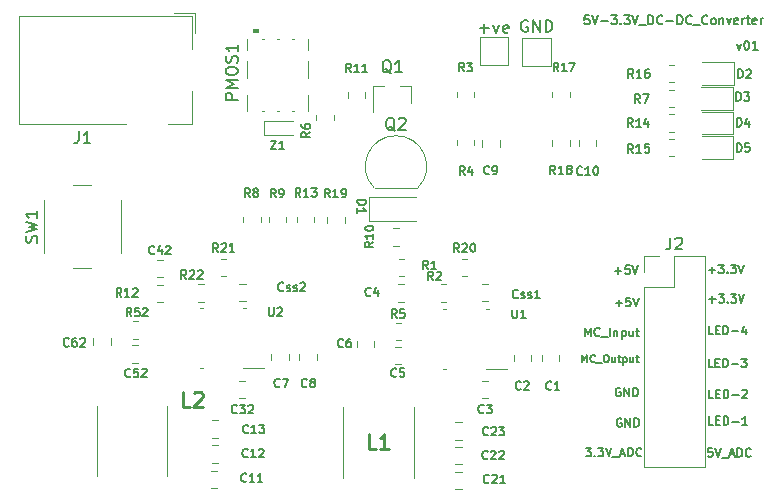
<source format=gto>
%TF.GenerationSoftware,KiCad,Pcbnew,(5.1.10)-1*%
%TF.CreationDate,2021-08-21T14:03:18+05:30*%
%TF.ProjectId,5V_DC-DC_Converter,35565f44-432d-4444-935f-436f6e766572,v01*%
%TF.SameCoordinates,Original*%
%TF.FileFunction,Legend,Top*%
%TF.FilePolarity,Positive*%
%FSLAX46Y46*%
G04 Gerber Fmt 4.6, Leading zero omitted, Abs format (unit mm)*
G04 Created by KiCad (PCBNEW (5.1.10)-1) date 2021-08-21 14:03:18*
%MOMM*%
%LPD*%
G01*
G04 APERTURE LIST*
%ADD10C,0.150000*%
%ADD11C,0.120000*%
%ADD12C,0.100000*%
%ADD13C,0.254000*%
G04 APERTURE END LIST*
D10*
X174974915Y-80972297D02*
X175150296Y-81463363D01*
X175325677Y-80972297D01*
X175746591Y-80726763D02*
X175816743Y-80726763D01*
X175886896Y-80761840D01*
X175921972Y-80796916D01*
X175957048Y-80867068D01*
X175992124Y-81007373D01*
X175992124Y-81182754D01*
X175957048Y-81323059D01*
X175921972Y-81393211D01*
X175886896Y-81428287D01*
X175816743Y-81463363D01*
X175746591Y-81463363D01*
X175676439Y-81428287D01*
X175641362Y-81393211D01*
X175606286Y-81323059D01*
X175571210Y-81182754D01*
X175571210Y-81007373D01*
X175606286Y-80867068D01*
X175641362Y-80796916D01*
X175676439Y-80761840D01*
X175746591Y-80726763D01*
X176693648Y-81463363D02*
X176272734Y-81463363D01*
X176483191Y-81463363D02*
X176483191Y-80726763D01*
X176413039Y-80831992D01*
X176342886Y-80902144D01*
X176272734Y-80937220D01*
X162442797Y-78561474D02*
X162079940Y-78561474D01*
X162043654Y-78924331D01*
X162079940Y-78888045D01*
X162152511Y-78851760D01*
X162333940Y-78851760D01*
X162406511Y-78888045D01*
X162442797Y-78924331D01*
X162479082Y-78996902D01*
X162479082Y-79178331D01*
X162442797Y-79250902D01*
X162406511Y-79287188D01*
X162333940Y-79323474D01*
X162152511Y-79323474D01*
X162079940Y-79287188D01*
X162043654Y-79250902D01*
X162696797Y-78561474D02*
X162950797Y-79323474D01*
X163204797Y-78561474D01*
X163458797Y-79033188D02*
X164039368Y-79033188D01*
X164329654Y-78561474D02*
X164801368Y-78561474D01*
X164547368Y-78851760D01*
X164656225Y-78851760D01*
X164728797Y-78888045D01*
X164765082Y-78924331D01*
X164801368Y-78996902D01*
X164801368Y-79178331D01*
X164765082Y-79250902D01*
X164728797Y-79287188D01*
X164656225Y-79323474D01*
X164438511Y-79323474D01*
X164365940Y-79287188D01*
X164329654Y-79250902D01*
X165127940Y-79250902D02*
X165164225Y-79287188D01*
X165127940Y-79323474D01*
X165091654Y-79287188D01*
X165127940Y-79250902D01*
X165127940Y-79323474D01*
X165418225Y-78561474D02*
X165889940Y-78561474D01*
X165635940Y-78851760D01*
X165744797Y-78851760D01*
X165817368Y-78888045D01*
X165853654Y-78924331D01*
X165889940Y-78996902D01*
X165889940Y-79178331D01*
X165853654Y-79250902D01*
X165817368Y-79287188D01*
X165744797Y-79323474D01*
X165527082Y-79323474D01*
X165454511Y-79287188D01*
X165418225Y-79250902D01*
X166107654Y-78561474D02*
X166361654Y-79323474D01*
X166615654Y-78561474D01*
X166688225Y-79396045D02*
X167268797Y-79396045D01*
X167450225Y-79323474D02*
X167450225Y-78561474D01*
X167631654Y-78561474D01*
X167740511Y-78597760D01*
X167813082Y-78670331D01*
X167849368Y-78742902D01*
X167885654Y-78888045D01*
X167885654Y-78996902D01*
X167849368Y-79142045D01*
X167813082Y-79214617D01*
X167740511Y-79287188D01*
X167631654Y-79323474D01*
X167450225Y-79323474D01*
X168647654Y-79250902D02*
X168611368Y-79287188D01*
X168502511Y-79323474D01*
X168429940Y-79323474D01*
X168321082Y-79287188D01*
X168248511Y-79214617D01*
X168212225Y-79142045D01*
X168175940Y-78996902D01*
X168175940Y-78888045D01*
X168212225Y-78742902D01*
X168248511Y-78670331D01*
X168321082Y-78597760D01*
X168429940Y-78561474D01*
X168502511Y-78561474D01*
X168611368Y-78597760D01*
X168647654Y-78634045D01*
X168974225Y-79033188D02*
X169554797Y-79033188D01*
X169917654Y-79323474D02*
X169917654Y-78561474D01*
X170099082Y-78561474D01*
X170207940Y-78597760D01*
X170280511Y-78670331D01*
X170316797Y-78742902D01*
X170353082Y-78888045D01*
X170353082Y-78996902D01*
X170316797Y-79142045D01*
X170280511Y-79214617D01*
X170207940Y-79287188D01*
X170099082Y-79323474D01*
X169917654Y-79323474D01*
X171115082Y-79250902D02*
X171078797Y-79287188D01*
X170969940Y-79323474D01*
X170897368Y-79323474D01*
X170788511Y-79287188D01*
X170715940Y-79214617D01*
X170679654Y-79142045D01*
X170643368Y-78996902D01*
X170643368Y-78888045D01*
X170679654Y-78742902D01*
X170715940Y-78670331D01*
X170788511Y-78597760D01*
X170897368Y-78561474D01*
X170969940Y-78561474D01*
X171078797Y-78597760D01*
X171115082Y-78634045D01*
X171260225Y-79396045D02*
X171840797Y-79396045D01*
X172457654Y-79250902D02*
X172421368Y-79287188D01*
X172312511Y-79323474D01*
X172239940Y-79323474D01*
X172131082Y-79287188D01*
X172058511Y-79214617D01*
X172022225Y-79142045D01*
X171985940Y-78996902D01*
X171985940Y-78888045D01*
X172022225Y-78742902D01*
X172058511Y-78670331D01*
X172131082Y-78597760D01*
X172239940Y-78561474D01*
X172312511Y-78561474D01*
X172421368Y-78597760D01*
X172457654Y-78634045D01*
X172893082Y-79323474D02*
X172820511Y-79287188D01*
X172784225Y-79250902D01*
X172747940Y-79178331D01*
X172747940Y-78960617D01*
X172784225Y-78888045D01*
X172820511Y-78851760D01*
X172893082Y-78815474D01*
X173001940Y-78815474D01*
X173074511Y-78851760D01*
X173110797Y-78888045D01*
X173147082Y-78960617D01*
X173147082Y-79178331D01*
X173110797Y-79250902D01*
X173074511Y-79287188D01*
X173001940Y-79323474D01*
X172893082Y-79323474D01*
X173473654Y-78815474D02*
X173473654Y-79323474D01*
X173473654Y-78888045D02*
X173509940Y-78851760D01*
X173582511Y-78815474D01*
X173691368Y-78815474D01*
X173763940Y-78851760D01*
X173800225Y-78924331D01*
X173800225Y-79323474D01*
X174090511Y-78815474D02*
X174271940Y-79323474D01*
X174453368Y-78815474D01*
X175033940Y-79287188D02*
X174961368Y-79323474D01*
X174816225Y-79323474D01*
X174743654Y-79287188D01*
X174707368Y-79214617D01*
X174707368Y-78924331D01*
X174743654Y-78851760D01*
X174816225Y-78815474D01*
X174961368Y-78815474D01*
X175033940Y-78851760D01*
X175070225Y-78924331D01*
X175070225Y-78996902D01*
X174707368Y-79069474D01*
X175396797Y-79323474D02*
X175396797Y-78815474D01*
X175396797Y-78960617D02*
X175433082Y-78888045D01*
X175469368Y-78851760D01*
X175541940Y-78815474D01*
X175614511Y-78815474D01*
X175759654Y-78815474D02*
X176049940Y-78815474D01*
X175868511Y-78561474D02*
X175868511Y-79214617D01*
X175904797Y-79287188D01*
X175977368Y-79323474D01*
X176049940Y-79323474D01*
X176594225Y-79287188D02*
X176521654Y-79323474D01*
X176376511Y-79323474D01*
X176303940Y-79287188D01*
X176267654Y-79214617D01*
X176267654Y-78924331D01*
X176303940Y-78851760D01*
X176376511Y-78815474D01*
X176521654Y-78815474D01*
X176594225Y-78851760D01*
X176630511Y-78924331D01*
X176630511Y-78996902D01*
X176267654Y-79069474D01*
X176957082Y-79323474D02*
X176957082Y-78815474D01*
X176957082Y-78960617D02*
X176993368Y-78888045D01*
X177029654Y-78851760D01*
X177102225Y-78815474D01*
X177174797Y-78815474D01*
X162168434Y-115193165D02*
X162614520Y-115193165D01*
X162374320Y-115467680D01*
X162477262Y-115467680D01*
X162545891Y-115501994D01*
X162580205Y-115536308D01*
X162614520Y-115604937D01*
X162614520Y-115776508D01*
X162580205Y-115845137D01*
X162545891Y-115879451D01*
X162477262Y-115913765D01*
X162271377Y-115913765D01*
X162202748Y-115879451D01*
X162168434Y-115845137D01*
X162923348Y-115845137D02*
X162957662Y-115879451D01*
X162923348Y-115913765D01*
X162889034Y-115879451D01*
X162923348Y-115845137D01*
X162923348Y-115913765D01*
X163197862Y-115193165D02*
X163643948Y-115193165D01*
X163403748Y-115467680D01*
X163506691Y-115467680D01*
X163575320Y-115501994D01*
X163609634Y-115536308D01*
X163643948Y-115604937D01*
X163643948Y-115776508D01*
X163609634Y-115845137D01*
X163575320Y-115879451D01*
X163506691Y-115913765D01*
X163300805Y-115913765D01*
X163232177Y-115879451D01*
X163197862Y-115845137D01*
X163849834Y-115193165D02*
X164090034Y-115913765D01*
X164330234Y-115193165D01*
X164398862Y-115982394D02*
X164947891Y-115982394D01*
X165085148Y-115707880D02*
X165428291Y-115707880D01*
X165016520Y-115913765D02*
X165256720Y-115193165D01*
X165496920Y-115913765D01*
X165737120Y-115913765D02*
X165737120Y-115193165D01*
X165908691Y-115193165D01*
X166011634Y-115227480D01*
X166080262Y-115296108D01*
X166114577Y-115364737D01*
X166148891Y-115501994D01*
X166148891Y-115604937D01*
X166114577Y-115742194D01*
X166080262Y-115810822D01*
X166011634Y-115879451D01*
X165908691Y-115913765D01*
X165737120Y-115913765D01*
X166869491Y-115845137D02*
X166835177Y-115879451D01*
X166732234Y-115913765D01*
X166663605Y-115913765D01*
X166560662Y-115879451D01*
X166492034Y-115810822D01*
X166457720Y-115742194D01*
X166423405Y-115604937D01*
X166423405Y-115501994D01*
X166457720Y-115364737D01*
X166492034Y-115296108D01*
X166560662Y-115227480D01*
X166663605Y-115193165D01*
X166732234Y-115193165D01*
X166835177Y-115227480D01*
X166869491Y-115261794D01*
X165170731Y-112702720D02*
X165102102Y-112668405D01*
X164999160Y-112668405D01*
X164896217Y-112702720D01*
X164827588Y-112771348D01*
X164793274Y-112839977D01*
X164758960Y-112977234D01*
X164758960Y-113080177D01*
X164793274Y-113217434D01*
X164827588Y-113286062D01*
X164896217Y-113354691D01*
X164999160Y-113389005D01*
X165067788Y-113389005D01*
X165170731Y-113354691D01*
X165205045Y-113320377D01*
X165205045Y-113080177D01*
X165067788Y-113080177D01*
X165513874Y-113389005D02*
X165513874Y-112668405D01*
X165925645Y-113389005D01*
X165925645Y-112668405D01*
X166268788Y-113389005D02*
X166268788Y-112668405D01*
X166440360Y-112668405D01*
X166543302Y-112702720D01*
X166611931Y-112771348D01*
X166646245Y-112839977D01*
X166680560Y-112977234D01*
X166680560Y-113080177D01*
X166646245Y-113217434D01*
X166611931Y-113286062D01*
X166543302Y-113354691D01*
X166440360Y-113389005D01*
X166268788Y-113389005D01*
X165081831Y-110111920D02*
X165013202Y-110077605D01*
X164910260Y-110077605D01*
X164807317Y-110111920D01*
X164738688Y-110180548D01*
X164704374Y-110249177D01*
X164670060Y-110386434D01*
X164670060Y-110489377D01*
X164704374Y-110626634D01*
X164738688Y-110695262D01*
X164807317Y-110763891D01*
X164910260Y-110798205D01*
X164978888Y-110798205D01*
X165081831Y-110763891D01*
X165116145Y-110729577D01*
X165116145Y-110489377D01*
X164978888Y-110489377D01*
X165424974Y-110798205D02*
X165424974Y-110077605D01*
X165836745Y-110798205D01*
X165836745Y-110077605D01*
X166179888Y-110798205D02*
X166179888Y-110077605D01*
X166351460Y-110077605D01*
X166454402Y-110111920D01*
X166523031Y-110180548D01*
X166557345Y-110249177D01*
X166591660Y-110386434D01*
X166591660Y-110489377D01*
X166557345Y-110626634D01*
X166523031Y-110695262D01*
X166454402Y-110763891D01*
X166351460Y-110798205D01*
X166179888Y-110798205D01*
X161825340Y-107957034D02*
X161825340Y-107312634D01*
X162040140Y-107772920D01*
X162254940Y-107312634D01*
X162254940Y-107957034D01*
X162930025Y-107895662D02*
X162899340Y-107926348D01*
X162807282Y-107957034D01*
X162745911Y-107957034D01*
X162653854Y-107926348D01*
X162592482Y-107864977D01*
X162561797Y-107803605D01*
X162531111Y-107680862D01*
X162531111Y-107588805D01*
X162561797Y-107466062D01*
X162592482Y-107404691D01*
X162653854Y-107343320D01*
X162745911Y-107312634D01*
X162807282Y-107312634D01*
X162899340Y-107343320D01*
X162930025Y-107374005D01*
X163052768Y-108018405D02*
X163543740Y-108018405D01*
X163819911Y-107312634D02*
X163942654Y-107312634D01*
X164004025Y-107343320D01*
X164065397Y-107404691D01*
X164096082Y-107527434D01*
X164096082Y-107742234D01*
X164065397Y-107864977D01*
X164004025Y-107926348D01*
X163942654Y-107957034D01*
X163819911Y-107957034D01*
X163758540Y-107926348D01*
X163697168Y-107864977D01*
X163666482Y-107742234D01*
X163666482Y-107527434D01*
X163697168Y-107404691D01*
X163758540Y-107343320D01*
X163819911Y-107312634D01*
X164648425Y-107527434D02*
X164648425Y-107957034D01*
X164372254Y-107527434D02*
X164372254Y-107864977D01*
X164402940Y-107926348D01*
X164464311Y-107957034D01*
X164556368Y-107957034D01*
X164617740Y-107926348D01*
X164648425Y-107895662D01*
X164863225Y-107527434D02*
X165108711Y-107527434D01*
X164955282Y-107312634D02*
X164955282Y-107864977D01*
X164985968Y-107926348D01*
X165047340Y-107957034D01*
X165108711Y-107957034D01*
X165323511Y-107527434D02*
X165323511Y-108171834D01*
X165323511Y-107558120D02*
X165384882Y-107527434D01*
X165507625Y-107527434D01*
X165568997Y-107558120D01*
X165599682Y-107588805D01*
X165630368Y-107650177D01*
X165630368Y-107834291D01*
X165599682Y-107895662D01*
X165568997Y-107926348D01*
X165507625Y-107957034D01*
X165384882Y-107957034D01*
X165323511Y-107926348D01*
X166182711Y-107527434D02*
X166182711Y-107957034D01*
X165906540Y-107527434D02*
X165906540Y-107864977D01*
X165937225Y-107926348D01*
X165998597Y-107957034D01*
X166090654Y-107957034D01*
X166152025Y-107926348D01*
X166182711Y-107895662D01*
X166397511Y-107527434D02*
X166642997Y-107527434D01*
X166489568Y-107312634D02*
X166489568Y-107864977D01*
X166520254Y-107926348D01*
X166581625Y-107957034D01*
X166642997Y-107957034D01*
X162092331Y-105735985D02*
X162092331Y-105015385D01*
X162332531Y-105530100D01*
X162572731Y-105015385D01*
X162572731Y-105735985D01*
X163327645Y-105667357D02*
X163293331Y-105701671D01*
X163190388Y-105735985D01*
X163121760Y-105735985D01*
X163018817Y-105701671D01*
X162950188Y-105633042D01*
X162915874Y-105564414D01*
X162881560Y-105427157D01*
X162881560Y-105324214D01*
X162915874Y-105186957D01*
X162950188Y-105118328D01*
X163018817Y-105049700D01*
X163121760Y-105015385D01*
X163190388Y-105015385D01*
X163293331Y-105049700D01*
X163327645Y-105084014D01*
X163464902Y-105804614D02*
X164013931Y-105804614D01*
X164185502Y-105735985D02*
X164185502Y-105015385D01*
X164528645Y-105255585D02*
X164528645Y-105735985D01*
X164528645Y-105324214D02*
X164562960Y-105289900D01*
X164631588Y-105255585D01*
X164734531Y-105255585D01*
X164803160Y-105289900D01*
X164837474Y-105358528D01*
X164837474Y-105735985D01*
X165180617Y-105255585D02*
X165180617Y-105976185D01*
X165180617Y-105289900D02*
X165249245Y-105255585D01*
X165386502Y-105255585D01*
X165455131Y-105289900D01*
X165489445Y-105324214D01*
X165523760Y-105392842D01*
X165523760Y-105598728D01*
X165489445Y-105667357D01*
X165455131Y-105701671D01*
X165386502Y-105735985D01*
X165249245Y-105735985D01*
X165180617Y-105701671D01*
X166141417Y-105255585D02*
X166141417Y-105735985D01*
X165832588Y-105255585D02*
X165832588Y-105633042D01*
X165866902Y-105701671D01*
X165935531Y-105735985D01*
X166038474Y-105735985D01*
X166107102Y-105701671D01*
X166141417Y-105667357D01*
X166381617Y-105255585D02*
X166656131Y-105255585D01*
X166484560Y-105015385D02*
X166484560Y-105633042D01*
X166518874Y-105701671D01*
X166587502Y-105735985D01*
X166656131Y-105735985D01*
X164691674Y-102903691D02*
X165240702Y-102903691D01*
X164966188Y-103178205D02*
X164966188Y-102629177D01*
X165926988Y-102457605D02*
X165583845Y-102457605D01*
X165549531Y-102800748D01*
X165583845Y-102766434D01*
X165652474Y-102732120D01*
X165824045Y-102732120D01*
X165892674Y-102766434D01*
X165926988Y-102800748D01*
X165961302Y-102869377D01*
X165961302Y-103040948D01*
X165926988Y-103109577D01*
X165892674Y-103143891D01*
X165824045Y-103178205D01*
X165652474Y-103178205D01*
X165583845Y-103143891D01*
X165549531Y-103109577D01*
X166167188Y-102457605D02*
X166407388Y-103178205D01*
X166647588Y-102457605D01*
X164628174Y-100185891D02*
X165177202Y-100185891D01*
X164902688Y-100460405D02*
X164902688Y-99911377D01*
X165863488Y-99739805D02*
X165520345Y-99739805D01*
X165486031Y-100082948D01*
X165520345Y-100048634D01*
X165588974Y-100014320D01*
X165760545Y-100014320D01*
X165829174Y-100048634D01*
X165863488Y-100082948D01*
X165897802Y-100151577D01*
X165897802Y-100323148D01*
X165863488Y-100391777D01*
X165829174Y-100426091D01*
X165760545Y-100460405D01*
X165588974Y-100460405D01*
X165520345Y-100426091D01*
X165486031Y-100391777D01*
X166103688Y-99739805D02*
X166343888Y-100460405D01*
X166584088Y-99739805D01*
X172868840Y-115221105D02*
X172525697Y-115221105D01*
X172491382Y-115564248D01*
X172525697Y-115529934D01*
X172594325Y-115495620D01*
X172765897Y-115495620D01*
X172834525Y-115529934D01*
X172868840Y-115564248D01*
X172903154Y-115632877D01*
X172903154Y-115804448D01*
X172868840Y-115873077D01*
X172834525Y-115907391D01*
X172765897Y-115941705D01*
X172594325Y-115941705D01*
X172525697Y-115907391D01*
X172491382Y-115873077D01*
X173109040Y-115221105D02*
X173349240Y-115941705D01*
X173589440Y-115221105D01*
X173658068Y-116010334D02*
X174207097Y-116010334D01*
X174344354Y-115735820D02*
X174687497Y-115735820D01*
X174275725Y-115941705D02*
X174515925Y-115221105D01*
X174756125Y-115941705D01*
X174996325Y-115941705D02*
X174996325Y-115221105D01*
X175167897Y-115221105D01*
X175270840Y-115255420D01*
X175339468Y-115324048D01*
X175373782Y-115392677D01*
X175408097Y-115529934D01*
X175408097Y-115632877D01*
X175373782Y-115770134D01*
X175339468Y-115838762D01*
X175270840Y-115907391D01*
X175167897Y-115941705D01*
X174996325Y-115941705D01*
X176128697Y-115873077D02*
X176094382Y-115907391D01*
X175991440Y-115941705D01*
X175922811Y-115941705D01*
X175819868Y-115907391D01*
X175751240Y-115838762D01*
X175716925Y-115770134D01*
X175682611Y-115632877D01*
X175682611Y-115529934D01*
X175716925Y-115392677D01*
X175751240Y-115324048D01*
X175819868Y-115255420D01*
X175922811Y-115221105D01*
X175991440Y-115221105D01*
X176094382Y-115255420D01*
X176128697Y-115289734D01*
X172925488Y-113234065D02*
X172582345Y-113234065D01*
X172582345Y-112513465D01*
X173165688Y-112856608D02*
X173405888Y-112856608D01*
X173508831Y-113234065D02*
X173165688Y-113234065D01*
X173165688Y-112513465D01*
X173508831Y-112513465D01*
X173817660Y-113234065D02*
X173817660Y-112513465D01*
X173989231Y-112513465D01*
X174092174Y-112547780D01*
X174160802Y-112616408D01*
X174195117Y-112685037D01*
X174229431Y-112822294D01*
X174229431Y-112925237D01*
X174195117Y-113062494D01*
X174160802Y-113131122D01*
X174092174Y-113199751D01*
X173989231Y-113234065D01*
X173817660Y-113234065D01*
X174538260Y-112959551D02*
X175087288Y-112959551D01*
X175807888Y-113234065D02*
X175396117Y-113234065D01*
X175602002Y-113234065D02*
X175602002Y-112513465D01*
X175533374Y-112616408D01*
X175464745Y-112685037D01*
X175396117Y-112719351D01*
X172925488Y-110976005D02*
X172582345Y-110976005D01*
X172582345Y-110255405D01*
X173165688Y-110598548D02*
X173405888Y-110598548D01*
X173508831Y-110976005D02*
X173165688Y-110976005D01*
X173165688Y-110255405D01*
X173508831Y-110255405D01*
X173817660Y-110976005D02*
X173817660Y-110255405D01*
X173989231Y-110255405D01*
X174092174Y-110289720D01*
X174160802Y-110358348D01*
X174195117Y-110426977D01*
X174229431Y-110564234D01*
X174229431Y-110667177D01*
X174195117Y-110804434D01*
X174160802Y-110873062D01*
X174092174Y-110941691D01*
X173989231Y-110976005D01*
X173817660Y-110976005D01*
X174538260Y-110701491D02*
X175087288Y-110701491D01*
X175396117Y-110324034D02*
X175430431Y-110289720D01*
X175499060Y-110255405D01*
X175670631Y-110255405D01*
X175739260Y-110289720D01*
X175773574Y-110324034D01*
X175807888Y-110392662D01*
X175807888Y-110461291D01*
X175773574Y-110564234D01*
X175361802Y-110976005D01*
X175807888Y-110976005D01*
X172892468Y-108342025D02*
X172549325Y-108342025D01*
X172549325Y-107621425D01*
X173132668Y-107964568D02*
X173372868Y-107964568D01*
X173475811Y-108342025D02*
X173132668Y-108342025D01*
X173132668Y-107621425D01*
X173475811Y-107621425D01*
X173784640Y-108342025D02*
X173784640Y-107621425D01*
X173956211Y-107621425D01*
X174059154Y-107655740D01*
X174127782Y-107724368D01*
X174162097Y-107792997D01*
X174196411Y-107930254D01*
X174196411Y-108033197D01*
X174162097Y-108170454D01*
X174127782Y-108239082D01*
X174059154Y-108307711D01*
X173956211Y-108342025D01*
X173784640Y-108342025D01*
X174505240Y-108067511D02*
X175054268Y-108067511D01*
X175328782Y-107621425D02*
X175774868Y-107621425D01*
X175534668Y-107895940D01*
X175637611Y-107895940D01*
X175706240Y-107930254D01*
X175740554Y-107964568D01*
X175774868Y-108033197D01*
X175774868Y-108204768D01*
X175740554Y-108273397D01*
X175706240Y-108307711D01*
X175637611Y-108342025D01*
X175431725Y-108342025D01*
X175363097Y-108307711D01*
X175328782Y-108273397D01*
X172902628Y-105581045D02*
X172559485Y-105581045D01*
X172559485Y-104860445D01*
X173142828Y-105203588D02*
X173383028Y-105203588D01*
X173485971Y-105581045D02*
X173142828Y-105581045D01*
X173142828Y-104860445D01*
X173485971Y-104860445D01*
X173794800Y-105581045D02*
X173794800Y-104860445D01*
X173966371Y-104860445D01*
X174069314Y-104894760D01*
X174137942Y-104963388D01*
X174172257Y-105032017D01*
X174206571Y-105169274D01*
X174206571Y-105272217D01*
X174172257Y-105409474D01*
X174137942Y-105478102D01*
X174069314Y-105546731D01*
X173966371Y-105581045D01*
X173794800Y-105581045D01*
X174515400Y-105306531D02*
X175064428Y-105306531D01*
X175716400Y-105100645D02*
X175716400Y-105581045D01*
X175544828Y-104826131D02*
X175373257Y-105340845D01*
X175819342Y-105340845D01*
X172591980Y-102619211D02*
X173141008Y-102619211D01*
X172866494Y-102893725D02*
X172866494Y-102344697D01*
X173415522Y-102173125D02*
X173861608Y-102173125D01*
X173621408Y-102447640D01*
X173724351Y-102447640D01*
X173792980Y-102481954D01*
X173827294Y-102516268D01*
X173861608Y-102584897D01*
X173861608Y-102756468D01*
X173827294Y-102825097D01*
X173792980Y-102859411D01*
X173724351Y-102893725D01*
X173518465Y-102893725D01*
X173449837Y-102859411D01*
X173415522Y-102825097D01*
X174170437Y-102825097D02*
X174204751Y-102859411D01*
X174170437Y-102893725D01*
X174136122Y-102859411D01*
X174170437Y-102825097D01*
X174170437Y-102893725D01*
X174444951Y-102173125D02*
X174891037Y-102173125D01*
X174650837Y-102447640D01*
X174753780Y-102447640D01*
X174822408Y-102481954D01*
X174856722Y-102516268D01*
X174891037Y-102584897D01*
X174891037Y-102756468D01*
X174856722Y-102825097D01*
X174822408Y-102859411D01*
X174753780Y-102893725D01*
X174547894Y-102893725D01*
X174479265Y-102859411D01*
X174444951Y-102825097D01*
X175096922Y-102173125D02*
X175337122Y-102893725D01*
X175577322Y-102173125D01*
X172566580Y-100130011D02*
X173115608Y-100130011D01*
X172841094Y-100404525D02*
X172841094Y-99855497D01*
X173390122Y-99683925D02*
X173836208Y-99683925D01*
X173596008Y-99958440D01*
X173698951Y-99958440D01*
X173767580Y-99992754D01*
X173801894Y-100027068D01*
X173836208Y-100095697D01*
X173836208Y-100267268D01*
X173801894Y-100335897D01*
X173767580Y-100370211D01*
X173698951Y-100404525D01*
X173493065Y-100404525D01*
X173424437Y-100370211D01*
X173390122Y-100335897D01*
X174145037Y-100335897D02*
X174179351Y-100370211D01*
X174145037Y-100404525D01*
X174110722Y-100370211D01*
X174145037Y-100335897D01*
X174145037Y-100404525D01*
X174419551Y-99683925D02*
X174865637Y-99683925D01*
X174625437Y-99958440D01*
X174728380Y-99958440D01*
X174797008Y-99992754D01*
X174831322Y-100027068D01*
X174865637Y-100095697D01*
X174865637Y-100267268D01*
X174831322Y-100335897D01*
X174797008Y-100370211D01*
X174728380Y-100404525D01*
X174522494Y-100404525D01*
X174453865Y-100370211D01*
X174419551Y-100335897D01*
X175071522Y-99683925D02*
X175311722Y-100404525D01*
X175551922Y-99683925D01*
D11*
%TO.C,PMOS1*%
X138661140Y-86652100D02*
X138661140Y-85301739D01*
X137452100Y-80606900D02*
X137253980Y-80606900D01*
X134713980Y-86652100D02*
X134912100Y-86652100D01*
X137253980Y-86652100D02*
X137452100Y-86652100D01*
X135983980Y-86652100D02*
X136182100Y-86652100D01*
X133504940Y-80606900D02*
X133504940Y-81512094D01*
X138661140Y-83909154D02*
X138661140Y-82403635D01*
X138661140Y-81512094D02*
X138661140Y-80606900D01*
X136182100Y-80606900D02*
X135983980Y-80606900D01*
X134912100Y-80606900D02*
X134713980Y-80606900D01*
X133504940Y-82403635D02*
X133504940Y-83909154D01*
X133504940Y-85301739D02*
X133504940Y-86652100D01*
D12*
G36*
X133987540Y-79743300D02*
G01*
X134368540Y-79743300D01*
X134368540Y-79997300D01*
X133987540Y-79997300D01*
X133987540Y-79743300D01*
G37*
X133987540Y-79743300D02*
X134368540Y-79743300D01*
X134368540Y-79997300D01*
X133987540Y-79997300D01*
X133987540Y-79743300D01*
D11*
%TO.C,SW1*%
X120266720Y-92965320D02*
X118766720Y-92965320D01*
X116266720Y-94215320D02*
X116266720Y-98715320D01*
X118766720Y-99965320D02*
X120266720Y-99965320D01*
X122766720Y-98715320D02*
X122766720Y-94215320D01*
D12*
%TO.C,L2*%
X126736100Y-117604980D02*
X126736100Y-111604980D01*
X120736100Y-117604980D02*
X120736100Y-111604980D01*
%TO.C,L1*%
X141584420Y-117704040D02*
X141584420Y-111704040D01*
X147584420Y-117704040D02*
X147584420Y-111704040D01*
D11*
%TO.C,Z1*%
X137335900Y-88732920D02*
X134875900Y-88732920D01*
X137335900Y-87532920D02*
X134875900Y-87532920D01*
X134875900Y-87532920D02*
X134875900Y-88732920D01*
%TO.C,GND*%
X156782920Y-82843220D02*
X156782920Y-80443220D01*
X159182920Y-82843220D02*
X156782920Y-82843220D01*
X159182920Y-80443220D02*
X159182920Y-82843220D01*
X156782920Y-80443220D02*
X159182920Y-80443220D01*
%TO.C,+ve*%
X153183740Y-82802580D02*
X153183740Y-80402580D01*
X155583740Y-82802580D02*
X153183740Y-82802580D01*
X155583740Y-80402580D02*
X155583740Y-82802580D01*
X153183740Y-80402580D02*
X155583740Y-80402580D01*
%TO.C,R21*%
X131268736Y-100635740D02*
X131722864Y-100635740D01*
X131268736Y-99165740D02*
X131722864Y-99165740D01*
%TO.C,R20*%
X151668116Y-100650980D02*
X152122244Y-100650980D01*
X151668116Y-99180980D02*
X152122244Y-99180980D01*
%TO.C,Q1*%
X147330280Y-84548440D02*
X147330280Y-86008440D01*
X144170280Y-84548440D02*
X144170280Y-86708440D01*
X144170280Y-84548440D02*
X145100280Y-84548440D01*
X147330280Y-84548440D02*
X146400280Y-84548440D01*
%TO.C,R14*%
X169646464Y-88408180D02*
X169192336Y-88408180D01*
X169646464Y-86938180D02*
X169192336Y-86938180D01*
%TO.C,D4*%
X171951400Y-88645880D02*
X174636400Y-88645880D01*
X174636400Y-88645880D02*
X174636400Y-86725880D01*
X174636400Y-86725880D02*
X171951400Y-86725880D01*
%TO.C,R7*%
X169631524Y-86317760D02*
X169177396Y-86317760D01*
X169631524Y-84847760D02*
X169177396Y-84847760D01*
%TO.C,R16*%
X169626844Y-84242380D02*
X169172716Y-84242380D01*
X169626844Y-82772380D02*
X169172716Y-82772380D01*
%TO.C,R15*%
X169662004Y-90508760D02*
X169207876Y-90508760D01*
X169662004Y-89038760D02*
X169207876Y-89038760D01*
%TO.C,D2*%
X171993780Y-84467380D02*
X174678780Y-84467380D01*
X174678780Y-84467380D02*
X174678780Y-82547380D01*
X174678780Y-82547380D02*
X171993780Y-82547380D01*
%TO.C,D5*%
X171961940Y-90733760D02*
X174646940Y-90733760D01*
X174646940Y-90733760D02*
X174646940Y-88813760D01*
X174646940Y-88813760D02*
X171961940Y-88813760D01*
%TO.C,D3*%
X171948460Y-86545260D02*
X174633460Y-86545260D01*
X174633460Y-86545260D02*
X174633460Y-84625260D01*
X174633460Y-84625260D02*
X171948460Y-84625260D01*
%TO.C,R9*%
X136790140Y-95624896D02*
X136790140Y-96079024D01*
X135320140Y-95624896D02*
X135320140Y-96079024D01*
%TO.C,R8*%
X133161140Y-96079024D02*
X133161140Y-95624896D01*
X134631140Y-96079024D02*
X134631140Y-95624896D01*
%TO.C,C10*%
X163043540Y-89144168D02*
X163043540Y-89666672D01*
X161573540Y-89144168D02*
X161573540Y-89666672D01*
%TO.C,R17*%
X160805800Y-85020416D02*
X160805800Y-85474544D01*
X159335800Y-85020416D02*
X159335800Y-85474544D01*
%TO.C,R18*%
X160798180Y-89152356D02*
X160798180Y-89606484D01*
X159328180Y-89152356D02*
X159328180Y-89606484D01*
%TO.C,Q2*%
X144285560Y-93201100D02*
X147885560Y-93201100D01*
X147924038Y-93189578D02*
G75*
G03*
X146085560Y-88751100I-1838478J1838478D01*
G01*
X144247082Y-93189578D02*
G75*
G02*
X146085560Y-88751100I1838478J1838478D01*
G01*
%TO.C,R13*%
X137705160Y-96093644D02*
X137705160Y-95639516D01*
X139175160Y-96093644D02*
X139175160Y-95639516D01*
%TO.C,R19*%
X140260400Y-96119044D02*
X140260400Y-95664916D01*
X141730400Y-96119044D02*
X141730400Y-95664916D01*
%TO.C,D1*%
X143840640Y-93957900D02*
X143840640Y-95957900D01*
X143840640Y-95957900D02*
X147740640Y-95957900D01*
X143840640Y-93957900D02*
X147740640Y-93957900D01*
%TO.C,R11*%
X142015540Y-85548204D02*
X142015540Y-85094076D01*
X143485540Y-85548204D02*
X143485540Y-85094076D01*
%TO.C,R10*%
X146327224Y-98065260D02*
X145873096Y-98065260D01*
X146327224Y-96595260D02*
X145873096Y-96595260D01*
%TO.C,R4*%
X152687960Y-89127596D02*
X152687960Y-89581724D01*
X151217960Y-89127596D02*
X151217960Y-89581724D01*
%TO.C,R3*%
X152690500Y-85020416D02*
X152690500Y-85474544D01*
X151220500Y-85020416D02*
X151220500Y-85474544D01*
%TO.C,J2*%
X167051560Y-116826320D02*
X172251560Y-116826320D01*
X167051560Y-101526320D02*
X167051560Y-116826320D01*
X172251560Y-98926320D02*
X172251560Y-116826320D01*
X167051560Y-101526320D02*
X169651560Y-101526320D01*
X169651560Y-101526320D02*
X169651560Y-98926320D01*
X169651560Y-98926320D02*
X172251560Y-98926320D01*
X167051560Y-100256320D02*
X167051560Y-98926320D01*
X167051560Y-98926320D02*
X168381560Y-98926320D01*
%TO.C,C1*%
X159921880Y-107338228D02*
X159921880Y-107860732D01*
X158451880Y-107338228D02*
X158451880Y-107860732D01*
%TO.C,C2*%
X157543940Y-107312988D02*
X157543940Y-107835492D01*
X156073940Y-107312988D02*
X156073940Y-107835492D01*
%TO.C,C3*%
X153896192Y-110976240D02*
X153373688Y-110976240D01*
X153896192Y-109506240D02*
X153373688Y-109506240D01*
%TO.C,C4*%
X146235688Y-102797240D02*
X146758192Y-102797240D01*
X146235688Y-101327240D02*
X146758192Y-101327240D01*
%TO.C,C5*%
X146022228Y-106627920D02*
X146544732Y-106627920D01*
X146022228Y-108097920D02*
X146544732Y-108097920D01*
%TO.C,C6*%
X144212480Y-106123668D02*
X144212480Y-106646172D01*
X142742480Y-106123668D02*
X142742480Y-106646172D01*
%TO.C,C7*%
X137006500Y-107205748D02*
X137006500Y-107728252D01*
X135536500Y-107205748D02*
X135536500Y-107728252D01*
%TO.C,C8*%
X139355500Y-107243748D02*
X139355500Y-107766252D01*
X137885500Y-107243748D02*
X137885500Y-107766252D01*
%TO.C,C52*%
X123754248Y-106516000D02*
X124276752Y-106516000D01*
X123754248Y-107986000D02*
X124276752Y-107986000D01*
%TO.C,C32*%
X133331752Y-110996000D02*
X132809248Y-110996000D01*
X133331752Y-109526000D02*
X132809248Y-109526000D01*
%TO.C,C62*%
X121943500Y-105923748D02*
X121943500Y-106446252D01*
X120473500Y-105923748D02*
X120473500Y-106446252D01*
%TO.C,C42*%
X125811248Y-99265000D02*
X126333752Y-99265000D01*
X125811248Y-100735000D02*
X126333752Y-100735000D01*
%TO.C,C11*%
X130447248Y-117121000D02*
X130969752Y-117121000D01*
X130447248Y-118591000D02*
X130969752Y-118591000D01*
%TO.C,C12*%
X130472248Y-114962000D02*
X130994752Y-114962000D01*
X130472248Y-116432000D02*
X130994752Y-116432000D01*
%TO.C,C13*%
X130472248Y-112841000D02*
X130994752Y-112841000D01*
X130472248Y-114311000D02*
X130994752Y-114311000D01*
%TO.C,C21*%
X151112688Y-117227240D02*
X151635192Y-117227240D01*
X151112688Y-118697240D02*
X151635192Y-118697240D01*
%TO.C,C22*%
X151112688Y-115081240D02*
X151635192Y-115081240D01*
X151112688Y-116551240D02*
X151635192Y-116551240D01*
%TO.C,C23*%
X151112688Y-113011240D02*
X151635192Y-113011240D01*
X151112688Y-114481240D02*
X151635192Y-114481240D01*
%TO.C,Css1*%
X153883192Y-102784240D02*
X153360688Y-102784240D01*
X153883192Y-101314240D02*
X153360688Y-101314240D01*
%TO.C,Css2*%
X133344752Y-102780000D02*
X132822248Y-102780000D01*
X133344752Y-101310000D02*
X132822248Y-101310000D01*
%TO.C,J1*%
X123196000Y-87787500D02*
X114196000Y-87787500D01*
X114196000Y-87787500D02*
X114196000Y-78587500D01*
X114196000Y-78587500D02*
X128796000Y-78587500D01*
X128796000Y-78587500D02*
X128796000Y-81387500D01*
X128796000Y-84987500D02*
X128796000Y-87787500D01*
X128796000Y-87787500D02*
X126796000Y-87787500D01*
X127296000Y-78347500D02*
X129036000Y-78347500D01*
X129036000Y-78347500D02*
X129036000Y-80087500D01*
%TO.C,R1*%
X146307876Y-99206240D02*
X146762004Y-99206240D01*
X146307876Y-100676240D02*
X146762004Y-100676240D01*
%TO.C,R2*%
X149863876Y-101340240D02*
X150318004Y-101340240D01*
X149863876Y-102810240D02*
X150318004Y-102810240D01*
%TO.C,R52*%
X124255564Y-105942000D02*
X123801436Y-105942000D01*
X124255564Y-104472000D02*
X123801436Y-104472000D01*
%TO.C,R12*%
X125871436Y-101360000D02*
X126325564Y-101360000D01*
X125871436Y-102830000D02*
X126325564Y-102830000D01*
%TO.C,R5*%
X146523544Y-106078920D02*
X146069416Y-106078920D01*
X146523544Y-104608920D02*
X146069416Y-104608920D01*
%TO.C,R6*%
X140800760Y-86978756D02*
X140800760Y-87432884D01*
X139330760Y-86978756D02*
X139330760Y-87432884D01*
%TO.C,R22*%
X129363436Y-101335000D02*
X129817564Y-101335000D01*
X129363436Y-102805000D02*
X129817564Y-102805000D01*
%TO.C,U1*%
X150311356Y-103414240D02*
X150071940Y-103414240D01*
X153732524Y-103414240D02*
X153971940Y-103414240D01*
X150311356Y-108534240D02*
X150071940Y-108534240D01*
X153732524Y-108534240D02*
X155471940Y-108534240D01*
%TO.C,U2*%
X129721916Y-103333000D02*
X129482500Y-103333000D01*
X133143084Y-103333000D02*
X133382500Y-103333000D01*
X129721916Y-108453000D02*
X129482500Y-108453000D01*
X133143084Y-108453000D02*
X134882500Y-108453000D01*
%TO.C,C9*%
X154874900Y-89151828D02*
X154874900Y-89674332D01*
X153404900Y-89151828D02*
X153404900Y-89674332D01*
%TO.C,PMOS1*%
D10*
X132669160Y-85705343D02*
X131669160Y-85705343D01*
X131669160Y-85324391D01*
X131716780Y-85229153D01*
X131764399Y-85181534D01*
X131859637Y-85133915D01*
X132002494Y-85133915D01*
X132097732Y-85181534D01*
X132145351Y-85229153D01*
X132192970Y-85324391D01*
X132192970Y-85705343D01*
X132669160Y-84705343D02*
X131669160Y-84705343D01*
X132383446Y-84372010D01*
X131669160Y-84038677D01*
X132669160Y-84038677D01*
X131669160Y-83372010D02*
X131669160Y-83181534D01*
X131716780Y-83086296D01*
X131812018Y-82991058D01*
X132002494Y-82943439D01*
X132335827Y-82943439D01*
X132526303Y-82991058D01*
X132621541Y-83086296D01*
X132669160Y-83181534D01*
X132669160Y-83372010D01*
X132621541Y-83467248D01*
X132526303Y-83562486D01*
X132335827Y-83610105D01*
X132002494Y-83610105D01*
X131812018Y-83562486D01*
X131716780Y-83467248D01*
X131669160Y-83372010D01*
X132621541Y-82562486D02*
X132669160Y-82419629D01*
X132669160Y-82181534D01*
X132621541Y-82086296D01*
X132573922Y-82038677D01*
X132478684Y-81991058D01*
X132383446Y-81991058D01*
X132288208Y-82038677D01*
X132240589Y-82086296D01*
X132192970Y-82181534D01*
X132145351Y-82372010D01*
X132097732Y-82467248D01*
X132050113Y-82514867D01*
X131954875Y-82562486D01*
X131859637Y-82562486D01*
X131764399Y-82514867D01*
X131716780Y-82467248D01*
X131669160Y-82372010D01*
X131669160Y-82133915D01*
X131716780Y-81991058D01*
X132669160Y-81038677D02*
X132669160Y-81610105D01*
X132669160Y-81324391D02*
X131669160Y-81324391D01*
X131812018Y-81419629D01*
X131907256Y-81514867D01*
X131954875Y-81610105D01*
%TO.C,SW1*%
X115671481Y-97798653D02*
X115719100Y-97655796D01*
X115719100Y-97417700D01*
X115671481Y-97322462D01*
X115623862Y-97274843D01*
X115528624Y-97227224D01*
X115433386Y-97227224D01*
X115338148Y-97274843D01*
X115290529Y-97322462D01*
X115242910Y-97417700D01*
X115195291Y-97608177D01*
X115147672Y-97703415D01*
X115100053Y-97751034D01*
X115004815Y-97798653D01*
X114909577Y-97798653D01*
X114814339Y-97751034D01*
X114766720Y-97703415D01*
X114719100Y-97608177D01*
X114719100Y-97370081D01*
X114766720Y-97227224D01*
X114719100Y-96893891D02*
X115719100Y-96655796D01*
X115004815Y-96465320D01*
X115719100Y-96274843D01*
X114719100Y-96036748D01*
X115719100Y-95131986D02*
X115719100Y-95703415D01*
X115719100Y-95417700D02*
X114719100Y-95417700D01*
X114861958Y-95512939D01*
X114957196Y-95608177D01*
X115004815Y-95703415D01*
%TO.C,L2*%
D13*
X128637453Y-111696983D02*
X128032691Y-111696983D01*
X128032691Y-110426983D01*
X129000310Y-110547936D02*
X129060786Y-110487460D01*
X129181739Y-110426983D01*
X129484120Y-110426983D01*
X129605072Y-110487460D01*
X129665548Y-110547936D01*
X129726024Y-110668888D01*
X129726024Y-110789840D01*
X129665548Y-110971269D01*
X128939834Y-111696983D01*
X129726024Y-111696983D01*
%TO.C,L1*%
X144372753Y-115278563D02*
X143767991Y-115278563D01*
X143767991Y-114008563D01*
X145461324Y-115278563D02*
X144735610Y-115278563D01*
X145098467Y-115278563D02*
X145098467Y-114008563D01*
X144977515Y-114189992D01*
X144856562Y-114310944D01*
X144735610Y-114371420D01*
%TO.C,Z1*%
D10*
X135479377Y-89163245D02*
X135959777Y-89163245D01*
X135479377Y-89883845D01*
X135959777Y-89883845D01*
X136611748Y-89883845D02*
X136199977Y-89883845D01*
X136405862Y-89883845D02*
X136405862Y-89163245D01*
X136337234Y-89266188D01*
X136268605Y-89334817D01*
X136199977Y-89369131D01*
%TO.C,GND*%
X157221015Y-79022320D02*
X157125777Y-78974700D01*
X156982920Y-78974700D01*
X156840062Y-79022320D01*
X156744824Y-79117558D01*
X156697205Y-79212796D01*
X156649586Y-79403272D01*
X156649586Y-79546129D01*
X156697205Y-79736605D01*
X156744824Y-79831843D01*
X156840062Y-79927081D01*
X156982920Y-79974700D01*
X157078158Y-79974700D01*
X157221015Y-79927081D01*
X157268634Y-79879462D01*
X157268634Y-79546129D01*
X157078158Y-79546129D01*
X157697205Y-79974700D02*
X157697205Y-78974700D01*
X158268634Y-79974700D01*
X158268634Y-78974700D01*
X158744824Y-79974700D02*
X158744824Y-78974700D01*
X158982920Y-78974700D01*
X159125777Y-79022320D01*
X159221015Y-79117558D01*
X159268634Y-79212796D01*
X159316253Y-79403272D01*
X159316253Y-79546129D01*
X159268634Y-79736605D01*
X159221015Y-79831843D01*
X159125777Y-79927081D01*
X158982920Y-79974700D01*
X158744824Y-79974700D01*
%TO.C,+ve*%
X153193263Y-79676008D02*
X153955168Y-79676008D01*
X153574216Y-80056960D02*
X153574216Y-79295056D01*
X154336120Y-79390294D02*
X154574216Y-80056960D01*
X154812311Y-79390294D01*
X155574216Y-80009341D02*
X155478978Y-80056960D01*
X155288501Y-80056960D01*
X155193263Y-80009341D01*
X155145644Y-79914103D01*
X155145644Y-79533151D01*
X155193263Y-79437913D01*
X155288501Y-79390294D01*
X155478978Y-79390294D01*
X155574216Y-79437913D01*
X155621835Y-79533151D01*
X155621835Y-79628389D01*
X155145644Y-79723627D01*
%TO.C,R21*%
X131032557Y-98576725D02*
X130792357Y-98233582D01*
X130620785Y-98576725D02*
X130620785Y-97856125D01*
X130895300Y-97856125D01*
X130963928Y-97890440D01*
X130998242Y-97924754D01*
X131032557Y-97993382D01*
X131032557Y-98096325D01*
X130998242Y-98164954D01*
X130963928Y-98199268D01*
X130895300Y-98233582D01*
X130620785Y-98233582D01*
X131307071Y-97924754D02*
X131341385Y-97890440D01*
X131410014Y-97856125D01*
X131581585Y-97856125D01*
X131650214Y-97890440D01*
X131684528Y-97924754D01*
X131718842Y-97993382D01*
X131718842Y-98062011D01*
X131684528Y-98164954D01*
X131272757Y-98576725D01*
X131718842Y-98576725D01*
X132405128Y-98576725D02*
X131993357Y-98576725D01*
X132199242Y-98576725D02*
X132199242Y-97856125D01*
X132130614Y-97959068D01*
X132061985Y-98027697D01*
X131993357Y-98062011D01*
%TO.C,R20*%
X151431937Y-98591965D02*
X151191737Y-98248822D01*
X151020165Y-98591965D02*
X151020165Y-97871365D01*
X151294680Y-97871365D01*
X151363308Y-97905680D01*
X151397622Y-97939994D01*
X151431937Y-98008622D01*
X151431937Y-98111565D01*
X151397622Y-98180194D01*
X151363308Y-98214508D01*
X151294680Y-98248822D01*
X151020165Y-98248822D01*
X151706451Y-97939994D02*
X151740765Y-97905680D01*
X151809394Y-97871365D01*
X151980965Y-97871365D01*
X152049594Y-97905680D01*
X152083908Y-97939994D01*
X152118222Y-98008622D01*
X152118222Y-98077251D01*
X152083908Y-98180194D01*
X151672137Y-98591965D01*
X152118222Y-98591965D01*
X152564308Y-97871365D02*
X152632937Y-97871365D01*
X152701565Y-97905680D01*
X152735880Y-97939994D01*
X152770194Y-98008622D01*
X152804508Y-98145880D01*
X152804508Y-98317451D01*
X152770194Y-98454708D01*
X152735880Y-98523337D01*
X152701565Y-98557651D01*
X152632937Y-98591965D01*
X152564308Y-98591965D01*
X152495680Y-98557651D01*
X152461365Y-98523337D01*
X152427051Y-98454708D01*
X152392737Y-98317451D01*
X152392737Y-98145880D01*
X152427051Y-98008622D01*
X152461365Y-97939994D01*
X152495680Y-97905680D01*
X152564308Y-97871365D01*
%TO.C,Q1*%
X145682981Y-83481159D02*
X145587743Y-83433540D01*
X145492505Y-83338301D01*
X145349648Y-83195444D01*
X145254410Y-83147825D01*
X145159172Y-83147825D01*
X145206791Y-83385920D02*
X145111553Y-83338301D01*
X145016315Y-83243063D01*
X144968696Y-83052587D01*
X144968696Y-82719254D01*
X145016315Y-82528778D01*
X145111553Y-82433540D01*
X145206791Y-82385920D01*
X145397267Y-82385920D01*
X145492505Y-82433540D01*
X145587743Y-82528778D01*
X145635362Y-82719254D01*
X145635362Y-83052587D01*
X145587743Y-83243063D01*
X145492505Y-83338301D01*
X145397267Y-83385920D01*
X145206791Y-83385920D01*
X146587743Y-83385920D02*
X146016315Y-83385920D01*
X146302029Y-83385920D02*
X146302029Y-82385920D01*
X146206791Y-82528778D01*
X146111553Y-82624016D01*
X146016315Y-82671635D01*
%TO.C,R14*%
X166140437Y-88009325D02*
X165900237Y-87666182D01*
X165728665Y-88009325D02*
X165728665Y-87288725D01*
X166003180Y-87288725D01*
X166071808Y-87323040D01*
X166106122Y-87357354D01*
X166140437Y-87425982D01*
X166140437Y-87528925D01*
X166106122Y-87597554D01*
X166071808Y-87631868D01*
X166003180Y-87666182D01*
X165728665Y-87666182D01*
X166826722Y-88009325D02*
X166414951Y-88009325D01*
X166620837Y-88009325D02*
X166620837Y-87288725D01*
X166552208Y-87391668D01*
X166483580Y-87460297D01*
X166414951Y-87494611D01*
X167444380Y-87528925D02*
X167444380Y-88009325D01*
X167272808Y-87254411D02*
X167101237Y-87769125D01*
X167547322Y-87769125D01*
%TO.C,D4*%
X174931328Y-87983925D02*
X174931328Y-87263325D01*
X175102900Y-87263325D01*
X175205842Y-87297640D01*
X175274471Y-87366268D01*
X175308785Y-87434897D01*
X175343100Y-87572154D01*
X175343100Y-87675097D01*
X175308785Y-87812354D01*
X175274471Y-87880982D01*
X175205842Y-87949611D01*
X175102900Y-87983925D01*
X174931328Y-87983925D01*
X175960757Y-87503525D02*
X175960757Y-87983925D01*
X175789185Y-87229011D02*
X175617614Y-87743725D01*
X176063700Y-87743725D01*
%TO.C,R7*%
X166750280Y-85972245D02*
X166510080Y-85629102D01*
X166338508Y-85972245D02*
X166338508Y-85251645D01*
X166613022Y-85251645D01*
X166681651Y-85285960D01*
X166715965Y-85320274D01*
X166750280Y-85388902D01*
X166750280Y-85491845D01*
X166715965Y-85560474D01*
X166681651Y-85594788D01*
X166613022Y-85629102D01*
X166338508Y-85629102D01*
X166990480Y-85251645D02*
X167470880Y-85251645D01*
X167162051Y-85972245D01*
%TO.C,R16*%
X166181077Y-83853885D02*
X165940877Y-83510742D01*
X165769305Y-83853885D02*
X165769305Y-83133285D01*
X166043820Y-83133285D01*
X166112448Y-83167600D01*
X166146762Y-83201914D01*
X166181077Y-83270542D01*
X166181077Y-83373485D01*
X166146762Y-83442114D01*
X166112448Y-83476428D01*
X166043820Y-83510742D01*
X165769305Y-83510742D01*
X166867362Y-83853885D02*
X166455591Y-83853885D01*
X166661477Y-83853885D02*
X166661477Y-83133285D01*
X166592848Y-83236228D01*
X166524220Y-83304857D01*
X166455591Y-83339171D01*
X167485020Y-83133285D02*
X167347762Y-83133285D01*
X167279134Y-83167600D01*
X167244820Y-83201914D01*
X167176191Y-83304857D01*
X167141877Y-83442114D01*
X167141877Y-83716628D01*
X167176191Y-83785257D01*
X167210505Y-83819571D01*
X167279134Y-83853885D01*
X167416391Y-83853885D01*
X167485020Y-83819571D01*
X167519334Y-83785257D01*
X167553648Y-83716628D01*
X167553648Y-83545057D01*
X167519334Y-83476428D01*
X167485020Y-83442114D01*
X167416391Y-83407800D01*
X167279134Y-83407800D01*
X167210505Y-83442114D01*
X167176191Y-83476428D01*
X167141877Y-83545057D01*
%TO.C,R15*%
X166168377Y-90193725D02*
X165928177Y-89850582D01*
X165756605Y-90193725D02*
X165756605Y-89473125D01*
X166031120Y-89473125D01*
X166099748Y-89507440D01*
X166134062Y-89541754D01*
X166168377Y-89610382D01*
X166168377Y-89713325D01*
X166134062Y-89781954D01*
X166099748Y-89816268D01*
X166031120Y-89850582D01*
X165756605Y-89850582D01*
X166854662Y-90193725D02*
X166442891Y-90193725D01*
X166648777Y-90193725D02*
X166648777Y-89473125D01*
X166580148Y-89576068D01*
X166511520Y-89644697D01*
X166442891Y-89679011D01*
X167506634Y-89473125D02*
X167163491Y-89473125D01*
X167129177Y-89816268D01*
X167163491Y-89781954D01*
X167232120Y-89747640D01*
X167403691Y-89747640D01*
X167472320Y-89781954D01*
X167506634Y-89816268D01*
X167540948Y-89884897D01*
X167540948Y-90056468D01*
X167506634Y-90125097D01*
X167472320Y-90159411D01*
X167403691Y-90193725D01*
X167232120Y-90193725D01*
X167163491Y-90159411D01*
X167129177Y-90125097D01*
%TO.C,D2*%
X175065408Y-83861305D02*
X175065408Y-83140705D01*
X175236980Y-83140705D01*
X175339922Y-83175020D01*
X175408551Y-83243648D01*
X175442865Y-83312277D01*
X175477180Y-83449534D01*
X175477180Y-83552477D01*
X175442865Y-83689734D01*
X175408551Y-83758362D01*
X175339922Y-83826991D01*
X175236980Y-83861305D01*
X175065408Y-83861305D01*
X175751694Y-83209334D02*
X175786008Y-83175020D01*
X175854637Y-83140705D01*
X176026208Y-83140705D01*
X176094837Y-83175020D01*
X176129151Y-83209334D01*
X176163465Y-83277962D01*
X176163465Y-83346591D01*
X176129151Y-83449534D01*
X175717380Y-83861305D01*
X176163465Y-83861305D01*
%TO.C,D5*%
X174933868Y-90120065D02*
X174933868Y-89399465D01*
X175105440Y-89399465D01*
X175208382Y-89433780D01*
X175277011Y-89502408D01*
X175311325Y-89571037D01*
X175345640Y-89708294D01*
X175345640Y-89811237D01*
X175311325Y-89948494D01*
X175277011Y-90017122D01*
X175208382Y-90085751D01*
X175105440Y-90120065D01*
X174933868Y-90120065D01*
X175997611Y-89399465D02*
X175654468Y-89399465D01*
X175620154Y-89742608D01*
X175654468Y-89708294D01*
X175723097Y-89673980D01*
X175894668Y-89673980D01*
X175963297Y-89708294D01*
X175997611Y-89742608D01*
X176031925Y-89811237D01*
X176031925Y-89982808D01*
X175997611Y-90051437D01*
X175963297Y-90085751D01*
X175894668Y-90120065D01*
X175723097Y-90120065D01*
X175654468Y-90085751D01*
X175620154Y-90051437D01*
%TO.C,D3*%
X174903388Y-85799525D02*
X174903388Y-85078925D01*
X175074960Y-85078925D01*
X175177902Y-85113240D01*
X175246531Y-85181868D01*
X175280845Y-85250497D01*
X175315160Y-85387754D01*
X175315160Y-85490697D01*
X175280845Y-85627954D01*
X175246531Y-85696582D01*
X175177902Y-85765211D01*
X175074960Y-85799525D01*
X174903388Y-85799525D01*
X175555360Y-85078925D02*
X176001445Y-85078925D01*
X175761245Y-85353440D01*
X175864188Y-85353440D01*
X175932817Y-85387754D01*
X175967131Y-85422068D01*
X176001445Y-85490697D01*
X176001445Y-85662268D01*
X175967131Y-85730897D01*
X175932817Y-85765211D01*
X175864188Y-85799525D01*
X175658302Y-85799525D01*
X175589674Y-85765211D01*
X175555360Y-85730897D01*
%TO.C,R9*%
X135884240Y-93980845D02*
X135644040Y-93637702D01*
X135472468Y-93980845D02*
X135472468Y-93260245D01*
X135746982Y-93260245D01*
X135815611Y-93294560D01*
X135849925Y-93328874D01*
X135884240Y-93397502D01*
X135884240Y-93500445D01*
X135849925Y-93569074D01*
X135815611Y-93603388D01*
X135746982Y-93637702D01*
X135472468Y-93637702D01*
X136227382Y-93980845D02*
X136364640Y-93980845D01*
X136433268Y-93946531D01*
X136467582Y-93912217D01*
X136536211Y-93809274D01*
X136570525Y-93672017D01*
X136570525Y-93397502D01*
X136536211Y-93328874D01*
X136501897Y-93294560D01*
X136433268Y-93260245D01*
X136296011Y-93260245D01*
X136227382Y-93294560D01*
X136193068Y-93328874D01*
X136158754Y-93397502D01*
X136158754Y-93569074D01*
X136193068Y-93637702D01*
X136227382Y-93672017D01*
X136296011Y-93706331D01*
X136433268Y-93706331D01*
X136501897Y-93672017D01*
X136536211Y-93637702D01*
X136570525Y-93569074D01*
%TO.C,R8*%
X133725240Y-93942745D02*
X133485040Y-93599602D01*
X133313468Y-93942745D02*
X133313468Y-93222145D01*
X133587982Y-93222145D01*
X133656611Y-93256460D01*
X133690925Y-93290774D01*
X133725240Y-93359402D01*
X133725240Y-93462345D01*
X133690925Y-93530974D01*
X133656611Y-93565288D01*
X133587982Y-93599602D01*
X133313468Y-93599602D01*
X134137011Y-93530974D02*
X134068382Y-93496660D01*
X134034068Y-93462345D01*
X133999754Y-93393717D01*
X133999754Y-93359402D01*
X134034068Y-93290774D01*
X134068382Y-93256460D01*
X134137011Y-93222145D01*
X134274268Y-93222145D01*
X134342897Y-93256460D01*
X134377211Y-93290774D01*
X134411525Y-93359402D01*
X134411525Y-93393717D01*
X134377211Y-93462345D01*
X134342897Y-93496660D01*
X134274268Y-93530974D01*
X134137011Y-93530974D01*
X134068382Y-93565288D01*
X134034068Y-93599602D01*
X133999754Y-93668231D01*
X133999754Y-93805488D01*
X134034068Y-93874117D01*
X134068382Y-93908431D01*
X134137011Y-93942745D01*
X134274268Y-93942745D01*
X134342897Y-93908431D01*
X134377211Y-93874117D01*
X134411525Y-93805488D01*
X134411525Y-93668231D01*
X134377211Y-93599602D01*
X134342897Y-93565288D01*
X134274268Y-93530974D01*
%TO.C,C10*%
X161835137Y-92012317D02*
X161800822Y-92046631D01*
X161697880Y-92080945D01*
X161629251Y-92080945D01*
X161526308Y-92046631D01*
X161457680Y-91978002D01*
X161423365Y-91909374D01*
X161389051Y-91772117D01*
X161389051Y-91669174D01*
X161423365Y-91531917D01*
X161457680Y-91463288D01*
X161526308Y-91394660D01*
X161629251Y-91360345D01*
X161697880Y-91360345D01*
X161800822Y-91394660D01*
X161835137Y-91428974D01*
X162521422Y-92080945D02*
X162109651Y-92080945D01*
X162315537Y-92080945D02*
X162315537Y-91360345D01*
X162246908Y-91463288D01*
X162178280Y-91531917D01*
X162109651Y-91566231D01*
X162967508Y-91360345D02*
X163036137Y-91360345D01*
X163104765Y-91394660D01*
X163139080Y-91428974D01*
X163173394Y-91497602D01*
X163207708Y-91634860D01*
X163207708Y-91806431D01*
X163173394Y-91943688D01*
X163139080Y-92012317D01*
X163104765Y-92046631D01*
X163036137Y-92080945D01*
X162967508Y-92080945D01*
X162898880Y-92046631D01*
X162864565Y-92012317D01*
X162830251Y-91943688D01*
X162795937Y-91806431D01*
X162795937Y-91634860D01*
X162830251Y-91497602D01*
X162864565Y-91428974D01*
X162898880Y-91394660D01*
X162967508Y-91360345D01*
%TO.C,R17*%
X159836157Y-83305245D02*
X159595957Y-82962102D01*
X159424385Y-83305245D02*
X159424385Y-82584645D01*
X159698900Y-82584645D01*
X159767528Y-82618960D01*
X159801842Y-82653274D01*
X159836157Y-82721902D01*
X159836157Y-82824845D01*
X159801842Y-82893474D01*
X159767528Y-82927788D01*
X159698900Y-82962102D01*
X159424385Y-82962102D01*
X160522442Y-83305245D02*
X160110671Y-83305245D01*
X160316557Y-83305245D02*
X160316557Y-82584645D01*
X160247928Y-82687588D01*
X160179300Y-82756217D01*
X160110671Y-82790531D01*
X160762642Y-82584645D02*
X161243042Y-82584645D01*
X160934214Y-83305245D01*
%TO.C,R18*%
X159571997Y-92007285D02*
X159331797Y-91664142D01*
X159160225Y-92007285D02*
X159160225Y-91286685D01*
X159434740Y-91286685D01*
X159503368Y-91321000D01*
X159537682Y-91355314D01*
X159571997Y-91423942D01*
X159571997Y-91526885D01*
X159537682Y-91595514D01*
X159503368Y-91629828D01*
X159434740Y-91664142D01*
X159160225Y-91664142D01*
X160258282Y-92007285D02*
X159846511Y-92007285D01*
X160052397Y-92007285D02*
X160052397Y-91286685D01*
X159983768Y-91389628D01*
X159915140Y-91458257D01*
X159846511Y-91492571D01*
X160670054Y-91595514D02*
X160601425Y-91561200D01*
X160567111Y-91526885D01*
X160532797Y-91458257D01*
X160532797Y-91423942D01*
X160567111Y-91355314D01*
X160601425Y-91321000D01*
X160670054Y-91286685D01*
X160807311Y-91286685D01*
X160875940Y-91321000D01*
X160910254Y-91355314D01*
X160944568Y-91423942D01*
X160944568Y-91458257D01*
X160910254Y-91526885D01*
X160875940Y-91561200D01*
X160807311Y-91595514D01*
X160670054Y-91595514D01*
X160601425Y-91629828D01*
X160567111Y-91664142D01*
X160532797Y-91732771D01*
X160532797Y-91870028D01*
X160567111Y-91938657D01*
X160601425Y-91972971D01*
X160670054Y-92007285D01*
X160807311Y-92007285D01*
X160875940Y-91972971D01*
X160910254Y-91938657D01*
X160944568Y-91870028D01*
X160944568Y-91732771D01*
X160910254Y-91664142D01*
X160875940Y-91629828D01*
X160807311Y-91595514D01*
%TO.C,Q2*%
X145990321Y-88338719D02*
X145895083Y-88291100D01*
X145799845Y-88195861D01*
X145656988Y-88053004D01*
X145561750Y-88005385D01*
X145466512Y-88005385D01*
X145514131Y-88243480D02*
X145418893Y-88195861D01*
X145323655Y-88100623D01*
X145276036Y-87910147D01*
X145276036Y-87576814D01*
X145323655Y-87386338D01*
X145418893Y-87291100D01*
X145514131Y-87243480D01*
X145704607Y-87243480D01*
X145799845Y-87291100D01*
X145895083Y-87386338D01*
X145942702Y-87576814D01*
X145942702Y-87910147D01*
X145895083Y-88100623D01*
X145799845Y-88195861D01*
X145704607Y-88243480D01*
X145514131Y-88243480D01*
X146323655Y-87338719D02*
X146371274Y-87291100D01*
X146466512Y-87243480D01*
X146704607Y-87243480D01*
X146799845Y-87291100D01*
X146847464Y-87338719D01*
X146895083Y-87433957D01*
X146895083Y-87529195D01*
X146847464Y-87672052D01*
X146276036Y-88243480D01*
X146895083Y-88243480D01*
%TO.C,R13*%
X137989617Y-93931965D02*
X137749417Y-93588822D01*
X137577845Y-93931965D02*
X137577845Y-93211365D01*
X137852360Y-93211365D01*
X137920988Y-93245680D01*
X137955302Y-93279994D01*
X137989617Y-93348622D01*
X137989617Y-93451565D01*
X137955302Y-93520194D01*
X137920988Y-93554508D01*
X137852360Y-93588822D01*
X137577845Y-93588822D01*
X138675902Y-93931965D02*
X138264131Y-93931965D01*
X138470017Y-93931965D02*
X138470017Y-93211365D01*
X138401388Y-93314308D01*
X138332760Y-93382937D01*
X138264131Y-93417251D01*
X138916102Y-93211365D02*
X139362188Y-93211365D01*
X139121988Y-93485880D01*
X139224931Y-93485880D01*
X139293560Y-93520194D01*
X139327874Y-93554508D01*
X139362188Y-93623137D01*
X139362188Y-93794708D01*
X139327874Y-93863337D01*
X139293560Y-93897651D01*
X139224931Y-93931965D01*
X139019045Y-93931965D01*
X138950417Y-93897651D01*
X138916102Y-93863337D01*
%TO.C,R19*%
X140481357Y-93972605D02*
X140241157Y-93629462D01*
X140069585Y-93972605D02*
X140069585Y-93252005D01*
X140344100Y-93252005D01*
X140412728Y-93286320D01*
X140447042Y-93320634D01*
X140481357Y-93389262D01*
X140481357Y-93492205D01*
X140447042Y-93560834D01*
X140412728Y-93595148D01*
X140344100Y-93629462D01*
X140069585Y-93629462D01*
X141167642Y-93972605D02*
X140755871Y-93972605D01*
X140961757Y-93972605D02*
X140961757Y-93252005D01*
X140893128Y-93354948D01*
X140824500Y-93423577D01*
X140755871Y-93457891D01*
X141510785Y-93972605D02*
X141648042Y-93972605D01*
X141716671Y-93938291D01*
X141750985Y-93903977D01*
X141819614Y-93801034D01*
X141853928Y-93663777D01*
X141853928Y-93389262D01*
X141819614Y-93320634D01*
X141785300Y-93286320D01*
X141716671Y-93252005D01*
X141579414Y-93252005D01*
X141510785Y-93286320D01*
X141476471Y-93320634D01*
X141442157Y-93389262D01*
X141442157Y-93560834D01*
X141476471Y-93629462D01*
X141510785Y-93663777D01*
X141579414Y-93698091D01*
X141716671Y-93698091D01*
X141785300Y-93663777D01*
X141819614Y-93629462D01*
X141853928Y-93560834D01*
%TO.C,D1*%
X142818254Y-94210128D02*
X143538854Y-94210128D01*
X143538854Y-94381700D01*
X143504540Y-94484642D01*
X143435911Y-94553271D01*
X143367282Y-94587585D01*
X143230025Y-94621900D01*
X143127082Y-94621900D01*
X142989825Y-94587585D01*
X142921197Y-94553271D01*
X142852568Y-94484642D01*
X142818254Y-94381700D01*
X142818254Y-94210128D01*
X142818254Y-95308185D02*
X142818254Y-94896414D01*
X142818254Y-95102300D02*
X143538854Y-95102300D01*
X143435911Y-95033671D01*
X143367282Y-94965042D01*
X143332968Y-94896414D01*
%TO.C,R11*%
X142274597Y-83378905D02*
X142034397Y-83035762D01*
X141862825Y-83378905D02*
X141862825Y-82658305D01*
X142137340Y-82658305D01*
X142205968Y-82692620D01*
X142240282Y-82726934D01*
X142274597Y-82795562D01*
X142274597Y-82898505D01*
X142240282Y-82967134D01*
X142205968Y-83001448D01*
X142137340Y-83035762D01*
X141862825Y-83035762D01*
X142960882Y-83378905D02*
X142549111Y-83378905D01*
X142754997Y-83378905D02*
X142754997Y-82658305D01*
X142686368Y-82761248D01*
X142617740Y-82829877D01*
X142549111Y-82864191D01*
X143647168Y-83378905D02*
X143235397Y-83378905D01*
X143441282Y-83378905D02*
X143441282Y-82658305D01*
X143372654Y-82761248D01*
X143304025Y-82829877D01*
X143235397Y-82864191D01*
%TO.C,R10*%
X144178245Y-97755402D02*
X143835102Y-97995602D01*
X144178245Y-98167174D02*
X143457645Y-98167174D01*
X143457645Y-97892660D01*
X143491960Y-97824031D01*
X143526274Y-97789717D01*
X143594902Y-97755402D01*
X143697845Y-97755402D01*
X143766474Y-97789717D01*
X143800788Y-97824031D01*
X143835102Y-97892660D01*
X143835102Y-98167174D01*
X144178245Y-97069117D02*
X144178245Y-97480888D01*
X144178245Y-97275002D02*
X143457645Y-97275002D01*
X143560588Y-97343631D01*
X143629217Y-97412260D01*
X143663531Y-97480888D01*
X143457645Y-96623031D02*
X143457645Y-96554402D01*
X143491960Y-96485774D01*
X143526274Y-96451460D01*
X143594902Y-96417145D01*
X143732160Y-96382831D01*
X143903731Y-96382831D01*
X144040988Y-96417145D01*
X144109617Y-96451460D01*
X144143931Y-96485774D01*
X144178245Y-96554402D01*
X144178245Y-96623031D01*
X144143931Y-96691660D01*
X144109617Y-96725974D01*
X144040988Y-96760288D01*
X143903731Y-96794602D01*
X143732160Y-96794602D01*
X143594902Y-96760288D01*
X143526274Y-96725974D01*
X143491960Y-96691660D01*
X143457645Y-96623031D01*
%TO.C,R4*%
X151886200Y-92053005D02*
X151646000Y-91709862D01*
X151474428Y-92053005D02*
X151474428Y-91332405D01*
X151748942Y-91332405D01*
X151817571Y-91366720D01*
X151851885Y-91401034D01*
X151886200Y-91469662D01*
X151886200Y-91572605D01*
X151851885Y-91641234D01*
X151817571Y-91675548D01*
X151748942Y-91709862D01*
X151474428Y-91709862D01*
X152503857Y-91572605D02*
X152503857Y-92053005D01*
X152332285Y-91298091D02*
X152160714Y-91812805D01*
X152606800Y-91812805D01*
%TO.C,R3*%
X151858260Y-83317945D02*
X151618060Y-82974802D01*
X151446488Y-83317945D02*
X151446488Y-82597345D01*
X151721002Y-82597345D01*
X151789631Y-82631660D01*
X151823945Y-82665974D01*
X151858260Y-82734602D01*
X151858260Y-82837545D01*
X151823945Y-82906174D01*
X151789631Y-82940488D01*
X151721002Y-82974802D01*
X151446488Y-82974802D01*
X152098460Y-82597345D02*
X152544545Y-82597345D01*
X152304345Y-82871860D01*
X152407288Y-82871860D01*
X152475917Y-82906174D01*
X152510231Y-82940488D01*
X152544545Y-83009117D01*
X152544545Y-83180688D01*
X152510231Y-83249317D01*
X152475917Y-83283631D01*
X152407288Y-83317945D01*
X152201402Y-83317945D01*
X152132774Y-83283631D01*
X152098460Y-83249317D01*
%TO.C,J2*%
X169318226Y-97378700D02*
X169318226Y-98092986D01*
X169270607Y-98235843D01*
X169175369Y-98331081D01*
X169032512Y-98378700D01*
X168937274Y-98378700D01*
X169746798Y-97473939D02*
X169794417Y-97426320D01*
X169889655Y-97378700D01*
X170127750Y-97378700D01*
X170222988Y-97426320D01*
X170270607Y-97473939D01*
X170318226Y-97569177D01*
X170318226Y-97664415D01*
X170270607Y-97807272D01*
X169699179Y-98378700D01*
X170318226Y-98378700D01*
%TO.C,C1*%
X159231880Y-110206337D02*
X159197565Y-110240651D01*
X159094622Y-110274965D01*
X159025994Y-110274965D01*
X158923051Y-110240651D01*
X158854422Y-110172022D01*
X158820108Y-110103394D01*
X158785794Y-109966137D01*
X158785794Y-109863194D01*
X158820108Y-109725937D01*
X158854422Y-109657308D01*
X158923051Y-109588680D01*
X159025994Y-109554365D01*
X159094622Y-109554365D01*
X159197565Y-109588680D01*
X159231880Y-109622994D01*
X159918165Y-110274965D02*
X159506394Y-110274965D01*
X159712280Y-110274965D02*
X159712280Y-109554365D01*
X159643651Y-109657308D01*
X159575022Y-109725937D01*
X159506394Y-109760251D01*
%TO.C,C2*%
X156650740Y-110193797D02*
X156616425Y-110228111D01*
X156513482Y-110262425D01*
X156444854Y-110262425D01*
X156341911Y-110228111D01*
X156273282Y-110159482D01*
X156238968Y-110090854D01*
X156204654Y-109953597D01*
X156204654Y-109850654D01*
X156238968Y-109713397D01*
X156273282Y-109644768D01*
X156341911Y-109576140D01*
X156444854Y-109541825D01*
X156513482Y-109541825D01*
X156616425Y-109576140D01*
X156650740Y-109610454D01*
X156925254Y-109610454D02*
X156959568Y-109576140D01*
X157028197Y-109541825D01*
X157199768Y-109541825D01*
X157268397Y-109576140D01*
X157302711Y-109610454D01*
X157337025Y-109679082D01*
X157337025Y-109747711D01*
X157302711Y-109850654D01*
X156890940Y-110262425D01*
X157337025Y-110262425D01*
%TO.C,C3*%
X153514840Y-112178597D02*
X153480525Y-112212911D01*
X153377582Y-112247225D01*
X153308954Y-112247225D01*
X153206011Y-112212911D01*
X153137382Y-112144282D01*
X153103068Y-112075654D01*
X153068754Y-111938397D01*
X153068754Y-111835454D01*
X153103068Y-111698197D01*
X153137382Y-111629568D01*
X153206011Y-111560940D01*
X153308954Y-111526625D01*
X153377582Y-111526625D01*
X153480525Y-111560940D01*
X153514840Y-111595254D01*
X153755040Y-111526625D02*
X154201125Y-111526625D01*
X153960925Y-111801140D01*
X154063868Y-111801140D01*
X154132497Y-111835454D01*
X154166811Y-111869768D01*
X154201125Y-111938397D01*
X154201125Y-112109968D01*
X154166811Y-112178597D01*
X154132497Y-112212911D01*
X154063868Y-112247225D01*
X153857982Y-112247225D01*
X153789354Y-112212911D01*
X153755040Y-112178597D01*
%TO.C,C4*%
X143933460Y-102266297D02*
X143899145Y-102300611D01*
X143796202Y-102334925D01*
X143727574Y-102334925D01*
X143624631Y-102300611D01*
X143556002Y-102231982D01*
X143521688Y-102163354D01*
X143487374Y-102026097D01*
X143487374Y-101923154D01*
X143521688Y-101785897D01*
X143556002Y-101717268D01*
X143624631Y-101648640D01*
X143727574Y-101614325D01*
X143796202Y-101614325D01*
X143899145Y-101648640D01*
X143933460Y-101682954D01*
X144551117Y-101854525D02*
X144551117Y-102334925D01*
X144379545Y-101580011D02*
X144207974Y-102094725D01*
X144654060Y-102094725D01*
%TO.C,C5*%
X146112580Y-109106177D02*
X146078265Y-109140491D01*
X145975322Y-109174805D01*
X145906694Y-109174805D01*
X145803751Y-109140491D01*
X145735122Y-109071862D01*
X145700808Y-109003234D01*
X145666494Y-108865977D01*
X145666494Y-108763034D01*
X145700808Y-108625777D01*
X145735122Y-108557148D01*
X145803751Y-108488520D01*
X145906694Y-108454205D01*
X145975322Y-108454205D01*
X146078265Y-108488520D01*
X146112580Y-108522834D01*
X146764551Y-108454205D02*
X146421408Y-108454205D01*
X146387094Y-108797348D01*
X146421408Y-108763034D01*
X146490037Y-108728720D01*
X146661608Y-108728720D01*
X146730237Y-108763034D01*
X146764551Y-108797348D01*
X146798865Y-108865977D01*
X146798865Y-109037548D01*
X146764551Y-109106177D01*
X146730237Y-109140491D01*
X146661608Y-109174805D01*
X146490037Y-109174805D01*
X146421408Y-109140491D01*
X146387094Y-109106177D01*
%TO.C,C6*%
X141604780Y-106604177D02*
X141570465Y-106638491D01*
X141467522Y-106672805D01*
X141398894Y-106672805D01*
X141295951Y-106638491D01*
X141227322Y-106569862D01*
X141193008Y-106501234D01*
X141158694Y-106363977D01*
X141158694Y-106261034D01*
X141193008Y-106123777D01*
X141227322Y-106055148D01*
X141295951Y-105986520D01*
X141398894Y-105952205D01*
X141467522Y-105952205D01*
X141570465Y-105986520D01*
X141604780Y-106020834D01*
X142222437Y-105952205D02*
X142085180Y-105952205D01*
X142016551Y-105986520D01*
X141982237Y-106020834D01*
X141913608Y-106123777D01*
X141879294Y-106261034D01*
X141879294Y-106535548D01*
X141913608Y-106604177D01*
X141947922Y-106638491D01*
X142016551Y-106672805D01*
X142153808Y-106672805D01*
X142222437Y-106638491D01*
X142256751Y-106604177D01*
X142291065Y-106535548D01*
X142291065Y-106363977D01*
X142256751Y-106295348D01*
X142222437Y-106261034D01*
X142153808Y-106226720D01*
X142016551Y-106226720D01*
X141947922Y-106261034D01*
X141913608Y-106295348D01*
X141879294Y-106363977D01*
%TO.C,C7*%
X136240300Y-109972257D02*
X136205985Y-110006571D01*
X136103042Y-110040885D01*
X136034414Y-110040885D01*
X135931471Y-110006571D01*
X135862842Y-109937942D01*
X135828528Y-109869314D01*
X135794214Y-109732057D01*
X135794214Y-109629114D01*
X135828528Y-109491857D01*
X135862842Y-109423228D01*
X135931471Y-109354600D01*
X136034414Y-109320285D01*
X136103042Y-109320285D01*
X136205985Y-109354600D01*
X136240300Y-109388914D01*
X136480500Y-109320285D02*
X136960900Y-109320285D01*
X136652071Y-110040885D01*
%TO.C,C8*%
X138538500Y-109984857D02*
X138504185Y-110019171D01*
X138401242Y-110053485D01*
X138332614Y-110053485D01*
X138229671Y-110019171D01*
X138161042Y-109950542D01*
X138126728Y-109881914D01*
X138092414Y-109744657D01*
X138092414Y-109641714D01*
X138126728Y-109504457D01*
X138161042Y-109435828D01*
X138229671Y-109367200D01*
X138332614Y-109332885D01*
X138401242Y-109332885D01*
X138504185Y-109367200D01*
X138538500Y-109401514D01*
X138950271Y-109641714D02*
X138881642Y-109607400D01*
X138847328Y-109573085D01*
X138813014Y-109504457D01*
X138813014Y-109470142D01*
X138847328Y-109401514D01*
X138881642Y-109367200D01*
X138950271Y-109332885D01*
X139087528Y-109332885D01*
X139156157Y-109367200D01*
X139190471Y-109401514D01*
X139224785Y-109470142D01*
X139224785Y-109504457D01*
X139190471Y-109573085D01*
X139156157Y-109607400D01*
X139087528Y-109641714D01*
X138950271Y-109641714D01*
X138881642Y-109676028D01*
X138847328Y-109710342D01*
X138813014Y-109778971D01*
X138813014Y-109916228D01*
X138847328Y-109984857D01*
X138881642Y-110019171D01*
X138950271Y-110053485D01*
X139087528Y-110053485D01*
X139156157Y-110019171D01*
X139190471Y-109984857D01*
X139224785Y-109916228D01*
X139224785Y-109778971D01*
X139190471Y-109710342D01*
X139156157Y-109676028D01*
X139087528Y-109641714D01*
%TO.C,C52*%
X123590357Y-109121257D02*
X123556042Y-109155571D01*
X123453100Y-109189885D01*
X123384471Y-109189885D01*
X123281528Y-109155571D01*
X123212900Y-109086942D01*
X123178585Y-109018314D01*
X123144271Y-108881057D01*
X123144271Y-108778114D01*
X123178585Y-108640857D01*
X123212900Y-108572228D01*
X123281528Y-108503600D01*
X123384471Y-108469285D01*
X123453100Y-108469285D01*
X123556042Y-108503600D01*
X123590357Y-108537914D01*
X124242328Y-108469285D02*
X123899185Y-108469285D01*
X123864871Y-108812428D01*
X123899185Y-108778114D01*
X123967814Y-108743800D01*
X124139385Y-108743800D01*
X124208014Y-108778114D01*
X124242328Y-108812428D01*
X124276642Y-108881057D01*
X124276642Y-109052628D01*
X124242328Y-109121257D01*
X124208014Y-109155571D01*
X124139385Y-109189885D01*
X123967814Y-109189885D01*
X123899185Y-109155571D01*
X123864871Y-109121257D01*
X124551157Y-108537914D02*
X124585471Y-108503600D01*
X124654100Y-108469285D01*
X124825671Y-108469285D01*
X124894300Y-108503600D01*
X124928614Y-108537914D01*
X124962928Y-108606542D01*
X124962928Y-108675171D01*
X124928614Y-108778114D01*
X124516842Y-109189885D01*
X124962928Y-109189885D01*
%TO.C,C32*%
X132607257Y-112198357D02*
X132572942Y-112232671D01*
X132470000Y-112266985D01*
X132401371Y-112266985D01*
X132298428Y-112232671D01*
X132229800Y-112164042D01*
X132195485Y-112095414D01*
X132161171Y-111958157D01*
X132161171Y-111855214D01*
X132195485Y-111717957D01*
X132229800Y-111649328D01*
X132298428Y-111580700D01*
X132401371Y-111546385D01*
X132470000Y-111546385D01*
X132572942Y-111580700D01*
X132607257Y-111615014D01*
X132847457Y-111546385D02*
X133293542Y-111546385D01*
X133053342Y-111820900D01*
X133156285Y-111820900D01*
X133224914Y-111855214D01*
X133259228Y-111889528D01*
X133293542Y-111958157D01*
X133293542Y-112129728D01*
X133259228Y-112198357D01*
X133224914Y-112232671D01*
X133156285Y-112266985D01*
X132950400Y-112266985D01*
X132881771Y-112232671D01*
X132847457Y-112198357D01*
X133568057Y-111615014D02*
X133602371Y-111580700D01*
X133671000Y-111546385D01*
X133842571Y-111546385D01*
X133911200Y-111580700D01*
X133945514Y-111615014D01*
X133979828Y-111683642D01*
X133979828Y-111752271D01*
X133945514Y-111855214D01*
X133533742Y-112266985D01*
X133979828Y-112266985D01*
%TO.C,C62*%
X118383057Y-106543957D02*
X118348742Y-106578271D01*
X118245800Y-106612585D01*
X118177171Y-106612585D01*
X118074228Y-106578271D01*
X118005600Y-106509642D01*
X117971285Y-106441014D01*
X117936971Y-106303757D01*
X117936971Y-106200814D01*
X117971285Y-106063557D01*
X118005600Y-105994928D01*
X118074228Y-105926300D01*
X118177171Y-105891985D01*
X118245800Y-105891985D01*
X118348742Y-105926300D01*
X118383057Y-105960614D01*
X119000714Y-105891985D02*
X118863457Y-105891985D01*
X118794828Y-105926300D01*
X118760514Y-105960614D01*
X118691885Y-106063557D01*
X118657571Y-106200814D01*
X118657571Y-106475328D01*
X118691885Y-106543957D01*
X118726200Y-106578271D01*
X118794828Y-106612585D01*
X118932085Y-106612585D01*
X119000714Y-106578271D01*
X119035028Y-106543957D01*
X119069342Y-106475328D01*
X119069342Y-106303757D01*
X119035028Y-106235128D01*
X119000714Y-106200814D01*
X118932085Y-106166500D01*
X118794828Y-106166500D01*
X118726200Y-106200814D01*
X118691885Y-106235128D01*
X118657571Y-106303757D01*
X119343857Y-105960614D02*
X119378171Y-105926300D01*
X119446800Y-105891985D01*
X119618371Y-105891985D01*
X119687000Y-105926300D01*
X119721314Y-105960614D01*
X119755628Y-106029242D01*
X119755628Y-106097871D01*
X119721314Y-106200814D01*
X119309542Y-106612585D01*
X119755628Y-106612585D01*
%TO.C,C42*%
X125624497Y-98720657D02*
X125590182Y-98754971D01*
X125487240Y-98789285D01*
X125418611Y-98789285D01*
X125315668Y-98754971D01*
X125247040Y-98686342D01*
X125212725Y-98617714D01*
X125178411Y-98480457D01*
X125178411Y-98377514D01*
X125212725Y-98240257D01*
X125247040Y-98171628D01*
X125315668Y-98103000D01*
X125418611Y-98068685D01*
X125487240Y-98068685D01*
X125590182Y-98103000D01*
X125624497Y-98137314D01*
X126242154Y-98308885D02*
X126242154Y-98789285D01*
X126070582Y-98034371D02*
X125899011Y-98549085D01*
X126345097Y-98549085D01*
X126585297Y-98137314D02*
X126619611Y-98103000D01*
X126688240Y-98068685D01*
X126859811Y-98068685D01*
X126928440Y-98103000D01*
X126962754Y-98137314D01*
X126997068Y-98205942D01*
X126997068Y-98274571D01*
X126962754Y-98377514D01*
X126550982Y-98789285D01*
X126997068Y-98789285D01*
%TO.C,C11*%
X133407557Y-117999057D02*
X133373242Y-118033371D01*
X133270300Y-118067685D01*
X133201671Y-118067685D01*
X133098728Y-118033371D01*
X133030100Y-117964742D01*
X132995785Y-117896114D01*
X132961471Y-117758857D01*
X132961471Y-117655914D01*
X132995785Y-117518657D01*
X133030100Y-117450028D01*
X133098728Y-117381400D01*
X133201671Y-117347085D01*
X133270300Y-117347085D01*
X133373242Y-117381400D01*
X133407557Y-117415714D01*
X134093842Y-118067685D02*
X133682071Y-118067685D01*
X133887957Y-118067685D02*
X133887957Y-117347085D01*
X133819328Y-117450028D01*
X133750700Y-117518657D01*
X133682071Y-117552971D01*
X134780128Y-118067685D02*
X134368357Y-118067685D01*
X134574242Y-118067685D02*
X134574242Y-117347085D01*
X134505614Y-117450028D01*
X134436985Y-117518657D01*
X134368357Y-117552971D01*
%TO.C,C12*%
X133521457Y-115928957D02*
X133487142Y-115963271D01*
X133384200Y-115997585D01*
X133315571Y-115997585D01*
X133212628Y-115963271D01*
X133144000Y-115894642D01*
X133109685Y-115826014D01*
X133075371Y-115688757D01*
X133075371Y-115585814D01*
X133109685Y-115448557D01*
X133144000Y-115379928D01*
X133212628Y-115311300D01*
X133315571Y-115276985D01*
X133384200Y-115276985D01*
X133487142Y-115311300D01*
X133521457Y-115345614D01*
X134207742Y-115997585D02*
X133795971Y-115997585D01*
X134001857Y-115997585D02*
X134001857Y-115276985D01*
X133933228Y-115379928D01*
X133864600Y-115448557D01*
X133795971Y-115482871D01*
X134482257Y-115345614D02*
X134516571Y-115311300D01*
X134585200Y-115276985D01*
X134756771Y-115276985D01*
X134825400Y-115311300D01*
X134859714Y-115345614D01*
X134894028Y-115414242D01*
X134894028Y-115482871D01*
X134859714Y-115585814D01*
X134447942Y-115997585D01*
X134894028Y-115997585D01*
%TO.C,C13*%
X133572257Y-113884157D02*
X133537942Y-113918471D01*
X133435000Y-113952785D01*
X133366371Y-113952785D01*
X133263428Y-113918471D01*
X133194800Y-113849842D01*
X133160485Y-113781214D01*
X133126171Y-113643957D01*
X133126171Y-113541014D01*
X133160485Y-113403757D01*
X133194800Y-113335128D01*
X133263428Y-113266500D01*
X133366371Y-113232185D01*
X133435000Y-113232185D01*
X133537942Y-113266500D01*
X133572257Y-113300814D01*
X134258542Y-113952785D02*
X133846771Y-113952785D01*
X134052657Y-113952785D02*
X134052657Y-113232185D01*
X133984028Y-113335128D01*
X133915400Y-113403757D01*
X133846771Y-113438071D01*
X134498742Y-113232185D02*
X134944828Y-113232185D01*
X134704628Y-113506700D01*
X134807571Y-113506700D01*
X134876200Y-113541014D01*
X134910514Y-113575328D01*
X134944828Y-113643957D01*
X134944828Y-113815528D01*
X134910514Y-113884157D01*
X134876200Y-113918471D01*
X134807571Y-113952785D01*
X134601685Y-113952785D01*
X134533057Y-113918471D01*
X134498742Y-113884157D01*
%TO.C,C21*%
X153945897Y-118095577D02*
X153911582Y-118129891D01*
X153808640Y-118164205D01*
X153740011Y-118164205D01*
X153637068Y-118129891D01*
X153568440Y-118061262D01*
X153534125Y-117992634D01*
X153499811Y-117855377D01*
X153499811Y-117752434D01*
X153534125Y-117615177D01*
X153568440Y-117546548D01*
X153637068Y-117477920D01*
X153740011Y-117443605D01*
X153808640Y-117443605D01*
X153911582Y-117477920D01*
X153945897Y-117512234D01*
X154220411Y-117512234D02*
X154254725Y-117477920D01*
X154323354Y-117443605D01*
X154494925Y-117443605D01*
X154563554Y-117477920D01*
X154597868Y-117512234D01*
X154632182Y-117580862D01*
X154632182Y-117649491D01*
X154597868Y-117752434D01*
X154186097Y-118164205D01*
X154632182Y-118164205D01*
X155318468Y-118164205D02*
X154906697Y-118164205D01*
X155112582Y-118164205D02*
X155112582Y-117443605D01*
X155043954Y-117546548D01*
X154975325Y-117615177D01*
X154906697Y-117649491D01*
%TO.C,C22*%
X153854457Y-116081357D02*
X153820142Y-116115671D01*
X153717200Y-116149985D01*
X153648571Y-116149985D01*
X153545628Y-116115671D01*
X153477000Y-116047042D01*
X153442685Y-115978414D01*
X153408371Y-115841157D01*
X153408371Y-115738214D01*
X153442685Y-115600957D01*
X153477000Y-115532328D01*
X153545628Y-115463700D01*
X153648571Y-115429385D01*
X153717200Y-115429385D01*
X153820142Y-115463700D01*
X153854457Y-115498014D01*
X154128971Y-115498014D02*
X154163285Y-115463700D01*
X154231914Y-115429385D01*
X154403485Y-115429385D01*
X154472114Y-115463700D01*
X154506428Y-115498014D01*
X154540742Y-115566642D01*
X154540742Y-115635271D01*
X154506428Y-115738214D01*
X154094657Y-116149985D01*
X154540742Y-116149985D01*
X154815257Y-115498014D02*
X154849571Y-115463700D01*
X154918200Y-115429385D01*
X155089771Y-115429385D01*
X155158400Y-115463700D01*
X155192714Y-115498014D01*
X155227028Y-115566642D01*
X155227028Y-115635271D01*
X155192714Y-115738214D01*
X154780942Y-116149985D01*
X155227028Y-116149985D01*
%TO.C,C23*%
X153872237Y-114069677D02*
X153837922Y-114103991D01*
X153734980Y-114138305D01*
X153666351Y-114138305D01*
X153563408Y-114103991D01*
X153494780Y-114035362D01*
X153460465Y-113966734D01*
X153426151Y-113829477D01*
X153426151Y-113726534D01*
X153460465Y-113589277D01*
X153494780Y-113520648D01*
X153563408Y-113452020D01*
X153666351Y-113417705D01*
X153734980Y-113417705D01*
X153837922Y-113452020D01*
X153872237Y-113486334D01*
X154146751Y-113486334D02*
X154181065Y-113452020D01*
X154249694Y-113417705D01*
X154421265Y-113417705D01*
X154489894Y-113452020D01*
X154524208Y-113486334D01*
X154558522Y-113554962D01*
X154558522Y-113623591D01*
X154524208Y-113726534D01*
X154112437Y-114138305D01*
X154558522Y-114138305D01*
X154798722Y-113417705D02*
X155244808Y-113417705D01*
X155004608Y-113692220D01*
X155107551Y-113692220D01*
X155176180Y-113726534D01*
X155210494Y-113760848D01*
X155244808Y-113829477D01*
X155244808Y-114001048D01*
X155210494Y-114069677D01*
X155176180Y-114103991D01*
X155107551Y-114138305D01*
X154901665Y-114138305D01*
X154833037Y-114103991D01*
X154798722Y-114069677D01*
%TO.C,Css1*%
X156410997Y-102433597D02*
X156376682Y-102467911D01*
X156273740Y-102502225D01*
X156205111Y-102502225D01*
X156102168Y-102467911D01*
X156033540Y-102399282D01*
X155999225Y-102330654D01*
X155964911Y-102193397D01*
X155964911Y-102090454D01*
X155999225Y-101953197D01*
X156033540Y-101884568D01*
X156102168Y-101815940D01*
X156205111Y-101781625D01*
X156273740Y-101781625D01*
X156376682Y-101815940D01*
X156410997Y-101850254D01*
X156685511Y-102467911D02*
X156754140Y-102502225D01*
X156891397Y-102502225D01*
X156960025Y-102467911D01*
X156994340Y-102399282D01*
X156994340Y-102364968D01*
X156960025Y-102296340D01*
X156891397Y-102262025D01*
X156788454Y-102262025D01*
X156719825Y-102227711D01*
X156685511Y-102159082D01*
X156685511Y-102124768D01*
X156719825Y-102056140D01*
X156788454Y-102021825D01*
X156891397Y-102021825D01*
X156960025Y-102056140D01*
X157268854Y-102467911D02*
X157337482Y-102502225D01*
X157474740Y-102502225D01*
X157543368Y-102467911D01*
X157577682Y-102399282D01*
X157577682Y-102364968D01*
X157543368Y-102296340D01*
X157474740Y-102262025D01*
X157371797Y-102262025D01*
X157303168Y-102227711D01*
X157268854Y-102159082D01*
X157268854Y-102124768D01*
X157303168Y-102056140D01*
X157371797Y-102021825D01*
X157474740Y-102021825D01*
X157543368Y-102056140D01*
X158263968Y-102502225D02*
X157852197Y-102502225D01*
X158058082Y-102502225D02*
X158058082Y-101781625D01*
X157989454Y-101884568D01*
X157920825Y-101953197D01*
X157852197Y-101987511D01*
%TO.C,Css2*%
X136545657Y-101832457D02*
X136511342Y-101866771D01*
X136408400Y-101901085D01*
X136339771Y-101901085D01*
X136236828Y-101866771D01*
X136168200Y-101798142D01*
X136133885Y-101729514D01*
X136099571Y-101592257D01*
X136099571Y-101489314D01*
X136133885Y-101352057D01*
X136168200Y-101283428D01*
X136236828Y-101214800D01*
X136339771Y-101180485D01*
X136408400Y-101180485D01*
X136511342Y-101214800D01*
X136545657Y-101249114D01*
X136820171Y-101866771D02*
X136888800Y-101901085D01*
X137026057Y-101901085D01*
X137094685Y-101866771D01*
X137129000Y-101798142D01*
X137129000Y-101763828D01*
X137094685Y-101695200D01*
X137026057Y-101660885D01*
X136923114Y-101660885D01*
X136854485Y-101626571D01*
X136820171Y-101557942D01*
X136820171Y-101523628D01*
X136854485Y-101455000D01*
X136923114Y-101420685D01*
X137026057Y-101420685D01*
X137094685Y-101455000D01*
X137403514Y-101866771D02*
X137472142Y-101901085D01*
X137609400Y-101901085D01*
X137678028Y-101866771D01*
X137712342Y-101798142D01*
X137712342Y-101763828D01*
X137678028Y-101695200D01*
X137609400Y-101660885D01*
X137506457Y-101660885D01*
X137437828Y-101626571D01*
X137403514Y-101557942D01*
X137403514Y-101523628D01*
X137437828Y-101455000D01*
X137506457Y-101420685D01*
X137609400Y-101420685D01*
X137678028Y-101455000D01*
X137986857Y-101249114D02*
X138021171Y-101214800D01*
X138089800Y-101180485D01*
X138261371Y-101180485D01*
X138330000Y-101214800D01*
X138364314Y-101249114D01*
X138398628Y-101317742D01*
X138398628Y-101386371D01*
X138364314Y-101489314D01*
X137952542Y-101901085D01*
X138398628Y-101901085D01*
%TO.C,J1*%
X119212666Y-88389880D02*
X119212666Y-89104166D01*
X119165047Y-89247023D01*
X119069809Y-89342261D01*
X118926952Y-89389880D01*
X118831714Y-89389880D01*
X120212666Y-89389880D02*
X119641238Y-89389880D01*
X119926952Y-89389880D02*
X119926952Y-88389880D01*
X119831714Y-88532738D01*
X119736476Y-88627976D01*
X119641238Y-88675595D01*
%TO.C,R1*%
X148787200Y-100051325D02*
X148547000Y-99708182D01*
X148375428Y-100051325D02*
X148375428Y-99330725D01*
X148649942Y-99330725D01*
X148718571Y-99365040D01*
X148752885Y-99399354D01*
X148787200Y-99467982D01*
X148787200Y-99570925D01*
X148752885Y-99639554D01*
X148718571Y-99673868D01*
X148649942Y-99708182D01*
X148375428Y-99708182D01*
X149473485Y-100051325D02*
X149061714Y-100051325D01*
X149267600Y-100051325D02*
X149267600Y-99330725D01*
X149198971Y-99433668D01*
X149130342Y-99502297D01*
X149061714Y-99536611D01*
%TO.C,R2*%
X149242060Y-100988725D02*
X149001860Y-100645582D01*
X148830288Y-100988725D02*
X148830288Y-100268125D01*
X149104802Y-100268125D01*
X149173431Y-100302440D01*
X149207745Y-100336754D01*
X149242060Y-100405382D01*
X149242060Y-100508325D01*
X149207745Y-100576954D01*
X149173431Y-100611268D01*
X149104802Y-100645582D01*
X148830288Y-100645582D01*
X149516574Y-100336754D02*
X149550888Y-100302440D01*
X149619517Y-100268125D01*
X149791088Y-100268125D01*
X149859717Y-100302440D01*
X149894031Y-100336754D01*
X149928345Y-100405382D01*
X149928345Y-100474011D01*
X149894031Y-100576954D01*
X149482260Y-100988725D01*
X149928345Y-100988725D01*
%TO.C,R52*%
X123684337Y-104039265D02*
X123444137Y-103696122D01*
X123272565Y-104039265D02*
X123272565Y-103318665D01*
X123547080Y-103318665D01*
X123615708Y-103352980D01*
X123650022Y-103387294D01*
X123684337Y-103455922D01*
X123684337Y-103558865D01*
X123650022Y-103627494D01*
X123615708Y-103661808D01*
X123547080Y-103696122D01*
X123272565Y-103696122D01*
X124336308Y-103318665D02*
X123993165Y-103318665D01*
X123958851Y-103661808D01*
X123993165Y-103627494D01*
X124061794Y-103593180D01*
X124233365Y-103593180D01*
X124301994Y-103627494D01*
X124336308Y-103661808D01*
X124370622Y-103730437D01*
X124370622Y-103902008D01*
X124336308Y-103970637D01*
X124301994Y-104004951D01*
X124233365Y-104039265D01*
X124061794Y-104039265D01*
X123993165Y-104004951D01*
X123958851Y-103970637D01*
X124645137Y-103387294D02*
X124679451Y-103352980D01*
X124748080Y-103318665D01*
X124919651Y-103318665D01*
X124988280Y-103352980D01*
X125022594Y-103387294D01*
X125056908Y-103455922D01*
X125056908Y-103524551D01*
X125022594Y-103627494D01*
X124610822Y-104039265D01*
X125056908Y-104039265D01*
%TO.C,R12*%
X122833437Y-102388265D02*
X122593237Y-102045122D01*
X122421665Y-102388265D02*
X122421665Y-101667665D01*
X122696180Y-101667665D01*
X122764808Y-101701980D01*
X122799122Y-101736294D01*
X122833437Y-101804922D01*
X122833437Y-101907865D01*
X122799122Y-101976494D01*
X122764808Y-102010808D01*
X122696180Y-102045122D01*
X122421665Y-102045122D01*
X123519722Y-102388265D02*
X123107951Y-102388265D01*
X123313837Y-102388265D02*
X123313837Y-101667665D01*
X123245208Y-101770608D01*
X123176580Y-101839237D01*
X123107951Y-101873551D01*
X123794237Y-101736294D02*
X123828551Y-101701980D01*
X123897180Y-101667665D01*
X124068751Y-101667665D01*
X124137380Y-101701980D01*
X124171694Y-101736294D01*
X124206008Y-101804922D01*
X124206008Y-101873551D01*
X124171694Y-101976494D01*
X123759922Y-102388265D01*
X124206008Y-102388265D01*
%TO.C,R5*%
X146138280Y-104184005D02*
X145898080Y-103840862D01*
X145726508Y-104184005D02*
X145726508Y-103463405D01*
X146001022Y-103463405D01*
X146069651Y-103497720D01*
X146103965Y-103532034D01*
X146138280Y-103600662D01*
X146138280Y-103703605D01*
X146103965Y-103772234D01*
X146069651Y-103806548D01*
X146001022Y-103840862D01*
X145726508Y-103840862D01*
X146790251Y-103463405D02*
X146447108Y-103463405D01*
X146412794Y-103806548D01*
X146447108Y-103772234D01*
X146515737Y-103737920D01*
X146687308Y-103737920D01*
X146755937Y-103772234D01*
X146790251Y-103806548D01*
X146824565Y-103875177D01*
X146824565Y-104046748D01*
X146790251Y-104115377D01*
X146755937Y-104149691D01*
X146687308Y-104184005D01*
X146515737Y-104184005D01*
X146447108Y-104149691D01*
X146412794Y-104115377D01*
%TO.C,R6*%
X138799165Y-88423200D02*
X138456022Y-88663400D01*
X138799165Y-88834971D02*
X138078565Y-88834971D01*
X138078565Y-88560457D01*
X138112880Y-88491828D01*
X138147194Y-88457514D01*
X138215822Y-88423200D01*
X138318765Y-88423200D01*
X138387394Y-88457514D01*
X138421708Y-88491828D01*
X138456022Y-88560457D01*
X138456022Y-88834971D01*
X138078565Y-87805542D02*
X138078565Y-87942800D01*
X138112880Y-88011428D01*
X138147194Y-88045742D01*
X138250137Y-88114371D01*
X138387394Y-88148685D01*
X138661908Y-88148685D01*
X138730537Y-88114371D01*
X138764851Y-88080057D01*
X138799165Y-88011428D01*
X138799165Y-87874171D01*
X138764851Y-87805542D01*
X138730537Y-87771228D01*
X138661908Y-87736914D01*
X138490337Y-87736914D01*
X138421708Y-87771228D01*
X138387394Y-87805542D01*
X138353080Y-87874171D01*
X138353080Y-88011428D01*
X138387394Y-88080057D01*
X138421708Y-88114371D01*
X138490337Y-88148685D01*
%TO.C,R22*%
X128332537Y-100884585D02*
X128092337Y-100541442D01*
X127920765Y-100884585D02*
X127920765Y-100163985D01*
X128195280Y-100163985D01*
X128263908Y-100198300D01*
X128298222Y-100232614D01*
X128332537Y-100301242D01*
X128332537Y-100404185D01*
X128298222Y-100472814D01*
X128263908Y-100507128D01*
X128195280Y-100541442D01*
X127920765Y-100541442D01*
X128607051Y-100232614D02*
X128641365Y-100198300D01*
X128709994Y-100163985D01*
X128881565Y-100163985D01*
X128950194Y-100198300D01*
X128984508Y-100232614D01*
X129018822Y-100301242D01*
X129018822Y-100369871D01*
X128984508Y-100472814D01*
X128572737Y-100884585D01*
X129018822Y-100884585D01*
X129293337Y-100232614D02*
X129327651Y-100198300D01*
X129396280Y-100163985D01*
X129567851Y-100163985D01*
X129636480Y-100198300D01*
X129670794Y-100232614D01*
X129705108Y-100301242D01*
X129705108Y-100369871D01*
X129670794Y-100472814D01*
X129259022Y-100884585D01*
X129705108Y-100884585D01*
%TO.C,U1*%
X155922591Y-103473605D02*
X155922591Y-104056948D01*
X155956905Y-104125577D01*
X155991220Y-104159891D01*
X156059848Y-104194205D01*
X156197105Y-104194205D01*
X156265734Y-104159891D01*
X156300048Y-104125577D01*
X156334362Y-104056948D01*
X156334362Y-103473605D01*
X157054962Y-104194205D02*
X156643191Y-104194205D01*
X156849077Y-104194205D02*
X156849077Y-103473605D01*
X156780448Y-103576548D01*
X156711820Y-103645177D01*
X156643191Y-103679491D01*
%TO.C,U2*%
X135325731Y-103298345D02*
X135325731Y-103881688D01*
X135360045Y-103950317D01*
X135394360Y-103984631D01*
X135462988Y-104018945D01*
X135600245Y-104018945D01*
X135668874Y-103984631D01*
X135703188Y-103950317D01*
X135737502Y-103881688D01*
X135737502Y-103298345D01*
X136046331Y-103366974D02*
X136080645Y-103332660D01*
X136149274Y-103298345D01*
X136320845Y-103298345D01*
X136389474Y-103332660D01*
X136423788Y-103366974D01*
X136458102Y-103435602D01*
X136458102Y-103504231D01*
X136423788Y-103607174D01*
X136012017Y-104018945D01*
X136458102Y-104018945D01*
%TO.C,C9*%
X153979160Y-91966597D02*
X153944845Y-92000911D01*
X153841902Y-92035225D01*
X153773274Y-92035225D01*
X153670331Y-92000911D01*
X153601702Y-91932282D01*
X153567388Y-91863654D01*
X153533074Y-91726397D01*
X153533074Y-91623454D01*
X153567388Y-91486197D01*
X153601702Y-91417568D01*
X153670331Y-91348940D01*
X153773274Y-91314625D01*
X153841902Y-91314625D01*
X153944845Y-91348940D01*
X153979160Y-91383254D01*
X154322302Y-92035225D02*
X154459560Y-92035225D01*
X154528188Y-92000911D01*
X154562502Y-91966597D01*
X154631131Y-91863654D01*
X154665445Y-91726397D01*
X154665445Y-91451882D01*
X154631131Y-91383254D01*
X154596817Y-91348940D01*
X154528188Y-91314625D01*
X154390931Y-91314625D01*
X154322302Y-91348940D01*
X154287988Y-91383254D01*
X154253674Y-91451882D01*
X154253674Y-91623454D01*
X154287988Y-91692082D01*
X154322302Y-91726397D01*
X154390931Y-91760711D01*
X154528188Y-91760711D01*
X154596817Y-91726397D01*
X154631131Y-91692082D01*
X154665445Y-91623454D01*
%TD*%
M02*

</source>
